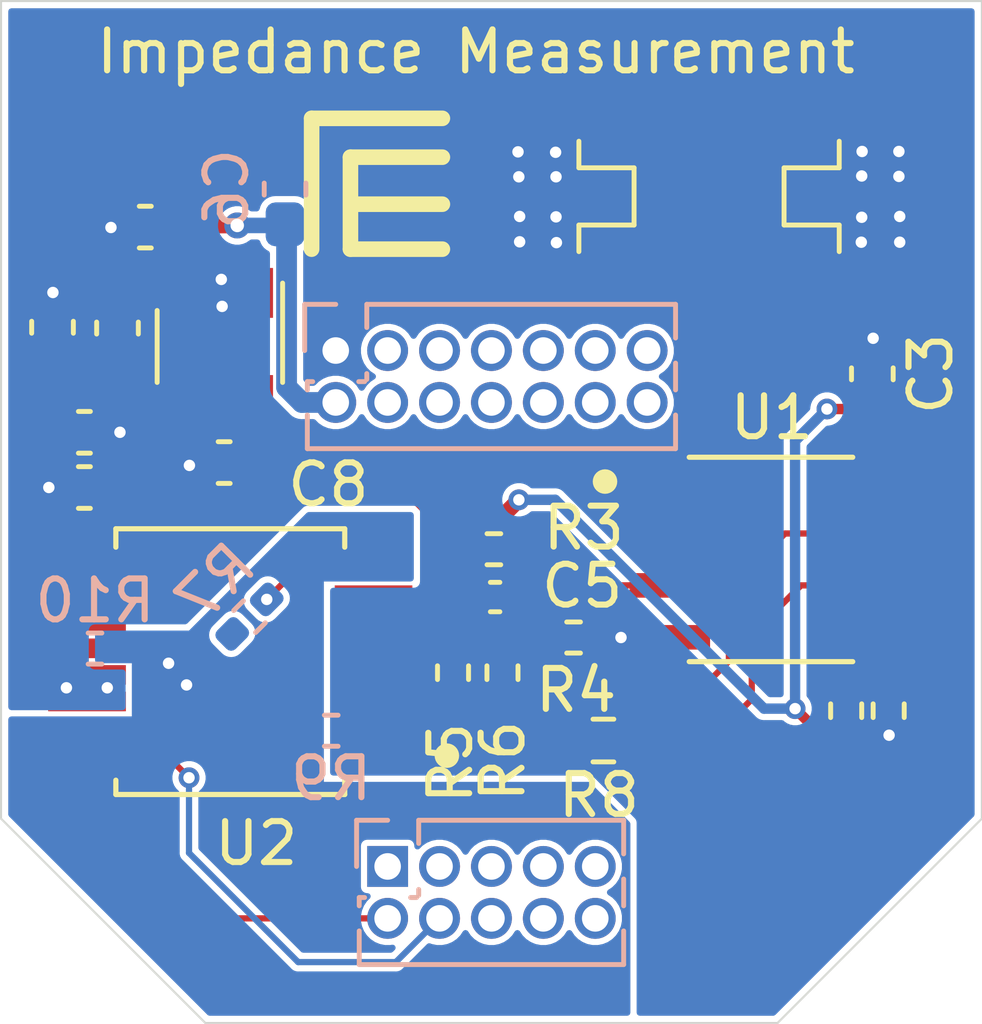
<source format=kicad_pcb>
(kicad_pcb (version 20171130) (host pcbnew "(5.1.8)-1")

  (general
    (thickness 1.6)
    (drawings 13)
    (tracks 139)
    (zones 0)
    (modules 26)
    (nets 17)
  )

  (page A4)
  (layers
    (0 F.Cu signal)
    (31 B.Cu signal)
    (32 B.Adhes user)
    (33 F.Adhes user)
    (34 B.Paste user)
    (35 F.Paste user)
    (36 B.SilkS user)
    (37 F.SilkS user)
    (38 B.Mask user)
    (39 F.Mask user)
    (40 Dwgs.User user)
    (41 Cmts.User user)
    (42 Eco1.User user)
    (43 Eco2.User user)
    (44 Edge.Cuts user)
    (45 Margin user)
    (46 B.CrtYd user hide)
    (47 F.CrtYd user hide)
    (48 B.Fab user hide)
    (49 F.Fab user hide)
  )

  (setup
    (last_trace_width 0.1524)
    (user_trace_width 0.254)
    (trace_clearance 0.1524)
    (zone_clearance 0.1524)
    (zone_45_only no)
    (trace_min 0.1524)
    (via_size 0.508)
    (via_drill 0.2794)
    (via_min_size 0.508)
    (via_min_drill 0.2794)
    (uvia_size 0.3)
    (uvia_drill 0.1)
    (uvias_allowed no)
    (uvia_min_size 0.2)
    (uvia_min_drill 0.1)
    (edge_width 0.05)
    (segment_width 0.2)
    (pcb_text_width 0.3)
    (pcb_text_size 1.5 1.5)
    (mod_edge_width 0.12)
    (mod_text_size 1 1)
    (mod_text_width 0.15)
    (pad_size 1 1)
    (pad_drill 0.65)
    (pad_to_mask_clearance 0)
    (aux_axis_origin 0 0)
    (grid_origin 125 125)
    (visible_elements 7FFFFF7F)
    (pcbplotparams
      (layerselection 0x010fc_ffffffff)
      (usegerberextensions false)
      (usegerberattributes true)
      (usegerberadvancedattributes true)
      (creategerberjobfile true)
      (excludeedgelayer true)
      (linewidth 0.100000)
      (plotframeref false)
      (viasonmask false)
      (mode 1)
      (useauxorigin false)
      (hpglpennumber 1)
      (hpglpenspeed 20)
      (hpglpendiameter 15.000000)
      (psnegative false)
      (psa4output false)
      (plotreference true)
      (plotvalue true)
      (plotinvisibletext false)
      (padsonsilk false)
      (subtractmaskfromsilk false)
      (outputformat 1)
      (mirror false)
      (drillshape 0)
      (scaleselection 1)
      (outputdirectory "Gerber/"))
  )

  (net 0 "")
  (net 1 VDD)
  (net 2 GND)
  (net 3 +3V0)
  (net 4 "Net-(C5-Pad2)")
  (net 5 "Net-(C5-Pad1)")
  (net 6 +3V3)
  (net 7 /SIG_OUT)
  (net 8 /SIG_IN)
  (net 9 GNDREF)
  (net 10 /SCL)
  (net 11 /SDA)
  (net 12 /INB_P)
  (net 13 /VIN)
  (net 14 "Net-(R5-Pad1)")
  (net 15 "Net-(R6-Pad1)")
  (net 16 "Net-(R7-Pad1)")

  (net_class Default "This is the default net class."
    (clearance 0.1524)
    (trace_width 0.1524)
    (via_dia 0.508)
    (via_drill 0.2794)
    (uvia_dia 0.3)
    (uvia_drill 0.1)
    (add_net +3V0)
    (add_net +3V3)
    (add_net /INB_P)
    (add_net /SCL)
    (add_net /SDA)
    (add_net /SIG_IN)
    (add_net /SIG_OUT)
    (add_net /VIN)
    (add_net GND)
    (add_net GNDREF)
    (add_net "Net-(C5-Pad1)")
    (add_net "Net-(C5-Pad2)")
    (add_net "Net-(R5-Pad1)")
    (add_net "Net-(R6-Pad1)")
    (add_net "Net-(R7-Pad1)")
    (add_net VDD)
  )

  (module Connector_PinHeader_1.27mm:PinHeader_2x07_P1.27mm_Vertical (layer B.Cu) (tedit 618D4FD4) (tstamp 616E4D18)
    (at 128.19 108.55 270)
    (descr "Through hole straight pin header, 2x07, 1.27mm pitch, double rows")
    (tags "Through hole pin header THT 2x07 1.27mm double row")
    (path /616F0997)
    (fp_text reference J3 (at 0.635 1.695 270) (layer B.SilkS) hide
      (effects (font (size 1 1) (thickness 0.15)) (justify mirror))
    )
    (fp_text value 20021321-00014C1LF (at 0.635 -9.315 270) (layer B.Fab)
      (effects (font (size 1 1) (thickness 0.15)) (justify mirror))
    )
    (fp_line (start 2.85 1.15) (end -1.6 1.15) (layer B.CrtYd) (width 0.05))
    (fp_line (start 2.85 -8.8) (end 2.85 1.15) (layer B.CrtYd) (width 0.05))
    (fp_line (start -1.6 -8.8) (end 2.85 -8.8) (layer B.CrtYd) (width 0.05))
    (fp_line (start -1.6 1.15) (end -1.6 -8.8) (layer B.CrtYd) (width 0.05))
    (fp_line (start -1.13 0.76) (end 0 0.76) (layer B.SilkS) (width 0.12))
    (fp_line (start -1.13 0) (end -1.13 0.76) (layer B.SilkS) (width 0.12))
    (fp_line (start 1.57753 0.695) (end 2.4 0.695) (layer B.SilkS) (width 0.12))
    (fp_line (start 0.76 0.695) (end 0.96247 0.695) (layer B.SilkS) (width 0.12))
    (fp_line (start 0.76 0.563471) (end 0.76 0.695) (layer B.SilkS) (width 0.12))
    (fp_line (start 0.76 -0.706529) (end 0.76 -0.563471) (layer B.SilkS) (width 0.12))
    (fp_line (start 0.563471 -0.76) (end 0.706529 -0.76) (layer B.SilkS) (width 0.12))
    (fp_line (start -1.13 -0.76) (end -0.563471 -0.76) (layer B.SilkS) (width 0.12))
    (fp_line (start 2.4 0.695) (end 2.4 -8.315) (layer B.SilkS) (width 0.12))
    (fp_line (start -1.13 -0.76) (end -1.13 -8.315) (layer B.SilkS) (width 0.12))
    (fp_line (start 0.30753 -8.315) (end 0.96247 -8.315) (layer B.SilkS) (width 0.12))
    (fp_line (start 1.57753 -8.315) (end 2.4 -8.315) (layer B.SilkS) (width 0.12))
    (fp_line (start -1.13 -8.315) (end -0.30753 -8.315) (layer B.SilkS) (width 0.12))
    (fp_line (start -1.07 -0.2175) (end -0.2175 0.635) (layer B.Fab) (width 0.1))
    (fp_line (start -1.07 -8.255) (end -1.07 -0.2175) (layer B.Fab) (width 0.1))
    (fp_line (start 2.34 -8.255) (end -1.07 -8.255) (layer B.Fab) (width 0.1))
    (fp_line (start 2.34 0.635) (end 2.34 -8.255) (layer B.Fab) (width 0.1))
    (fp_line (start -0.2175 0.635) (end 2.34 0.635) (layer B.Fab) (width 0.1))
    (fp_text user %R (at 0.635 -3.81) (layer B.Fab)
      (effects (font (size 1 1) (thickness 0.15)) (justify mirror))
    )
    (pad 14 thru_hole oval (at 1.27 -7.62 270) (size 1 1) (drill 0.65) (layers *.Cu *.Mask))
    (pad 13 thru_hole oval (at 0 -7.62 270) (size 1 1) (drill 0.65) (layers *.Cu *.Mask))
    (pad 12 thru_hole oval (at 1.27 -6.35 270) (size 1 1) (drill 0.65) (layers *.Cu *.Mask))
    (pad 11 thru_hole oval (at 0 -6.35 270) (size 1 1) (drill 0.65) (layers *.Cu *.Mask))
    (pad 10 thru_hole oval (at 1.27 -5.08 270) (size 1 1) (drill 0.65) (layers *.Cu *.Mask))
    (pad 9 thru_hole oval (at 0 -5.08 270) (size 1 1) (drill 0.65) (layers *.Cu *.Mask))
    (pad 8 thru_hole oval (at 1.27 -3.81 270) (size 1 1) (drill 0.65) (layers *.Cu *.Mask))
    (pad 7 thru_hole oval (at 0 -3.81 270) (size 1 1) (drill 0.65) (layers *.Cu *.Mask))
    (pad 6 thru_hole oval (at 1.27 -2.54 270) (size 1 1) (drill 0.65) (layers *.Cu *.Mask))
    (pad 5 thru_hole oval (at 0 -2.54 270) (size 1 1) (drill 0.65) (layers *.Cu *.Mask))
    (pad 4 thru_hole oval (at 1.27 -1.27 270) (size 1 1) (drill 0.65) (layers *.Cu *.Mask))
    (pad 3 thru_hole oval (at 0 -1.27 270) (size 1 1) (drill 0.65) (layers *.Cu *.Mask))
    (pad 2 thru_hole oval (at 1.27 0 270) (size 1 1) (drill 0.65) (layers *.Cu *.Mask)
      (net 6 +3V3))
    (pad 1 thru_hole rect (at 0 0 270) (size 1 1) (drill 0.65) (layers *.Cu *.Mask)
      (net 2 GND))
    (model ${KISYS3DMOD}/Connector_PinHeader_1.27mm.3dshapes/PinHeader_2x07_P1.27mm_Vertical.wrl
      (at (xyz 0 0 0))
      (scale (xyz 1 1 1))
      (rotate (xyz 0 0 0))
    )
  )

  (module Mylib:SOP65P780X200-16N (layer F.Cu) (tedit 5FDCFFD6) (tstamp 616EB399)
    (at 125.61 116.16 180)
    (path /616764D5)
    (fp_text reference U2 (at -0.63514 -4.44604) (layer F.SilkS)
      (effects (font (size 1.000236 1.000236) (thickness 0.15)))
    )
    (fp_text value AD5933YRSZ-REEL7 (at 6.98686 4.4462) (layer F.Fab)
      (effects (font (size 1.000268 1.000268) (thickness 0.015)))
    )
    (fp_line (start -3.05 -2.765) (end -3.05 -3.5) (layer F.CrtYd) (width 0.05))
    (fp_line (start -4.71 -2.765) (end -3.05 -2.765) (layer F.CrtYd) (width 0.05))
    (fp_line (start -4.71 2.765) (end -4.71 -2.765) (layer F.CrtYd) (width 0.05))
    (fp_line (start -3.05 2.765) (end -4.71 2.765) (layer F.CrtYd) (width 0.05))
    (fp_line (start -3.05 3.5) (end -3.05 2.765) (layer F.CrtYd) (width 0.05))
    (fp_line (start 3.05 3.5) (end -3.05 3.5) (layer F.CrtYd) (width 0.05))
    (fp_line (start 3.05 2.765) (end 3.05 3.5) (layer F.CrtYd) (width 0.05))
    (fp_line (start 4.71 2.765) (end 3.05 2.765) (layer F.CrtYd) (width 0.05))
    (fp_line (start 4.71 -2.765) (end 4.71 2.765) (layer F.CrtYd) (width 0.05))
    (fp_line (start 3.05 -2.765) (end 4.71 -2.765) (layer F.CrtYd) (width 0.05))
    (fp_line (start 3.05 -3.5) (end 3.05 -2.765) (layer F.CrtYd) (width 0.05))
    (fp_line (start -3.05 -3.5) (end 3.05 -3.5) (layer F.CrtYd) (width 0.05))
    (fp_circle (center -2.2 -2.4) (end -2.05 -2.4) (layer F.Fab) (width 0.3))
    (fp_circle (center -5.3 -2.3) (end -5.15 -2.3) (layer F.SilkS) (width 0.3))
    (fp_line (start 2.8 3.25) (end 2.8 2.8) (layer F.SilkS) (width 0.127))
    (fp_line (start -2.8 3.25) (end -2.8 2.8) (layer F.SilkS) (width 0.127))
    (fp_line (start -2.8 3.25) (end 2.8 3.25) (layer F.SilkS) (width 0.127))
    (fp_line (start 2.8 -3.25) (end 2.8 -2.9) (layer F.SilkS) (width 0.127))
    (fp_line (start -2.8 -3.25) (end 2.8 -3.25) (layer F.SilkS) (width 0.127))
    (fp_line (start -2.8 -2.9) (end -2.8 -3.25) (layer F.SilkS) (width 0.127))
    (fp_line (start -2.8 3.25) (end -2.8 -3.25) (layer F.Fab) (width 0.127))
    (fp_line (start 2.8 3.25) (end -2.8 3.25) (layer F.Fab) (width 0.127))
    (fp_line (start 2.8 -3.25) (end 2.8 3.25) (layer F.Fab) (width 0.127))
    (fp_line (start -2.8 -3.25) (end 2.8 -3.25) (layer F.Fab) (width 0.127))
    (pad 16 smd rect (at 3.505 -2.275 180) (size 1.9 0.48) (layers F.Cu F.Paste F.Mask)
      (net 10 /SCL))
    (pad 15 smd rect (at 3.505 -1.625 180) (size 1.9 0.48) (layers F.Cu F.Paste F.Mask)
      (net 11 /SDA))
    (pad 14 smd rect (at 3.505 -0.975 180) (size 1.9 0.48) (layers F.Cu F.Paste F.Mask)
      (net 2 GND))
    (pad 13 smd rect (at 3.505 -0.325 180) (size 1.9 0.48) (layers F.Cu F.Paste F.Mask)
      (net 2 GND))
    (pad 12 smd rect (at 3.505 0.325 180) (size 1.9 0.48) (layers F.Cu F.Paste F.Mask)
      (net 9 GNDREF))
    (pad 11 smd rect (at 3.505 0.975 180) (size 1.9 0.48) (layers F.Cu F.Paste F.Mask)
      (net 3 +3V0))
    (pad 10 smd rect (at 3.505 1.625 180) (size 1.9 0.48) (layers F.Cu F.Paste F.Mask)
      (net 3 +3V0))
    (pad 9 smd rect (at 3.505 2.275 180) (size 1.9 0.48) (layers F.Cu F.Paste F.Mask)
      (net 1 VDD))
    (pad 8 smd rect (at -3.505 2.275 180) (size 1.9 0.48) (layers F.Cu F.Paste F.Mask)
      (net 16 "Net-(R7-Pad1)"))
    (pad 7 smd rect (at -3.505 1.625 180) (size 1.9 0.48) (layers F.Cu F.Paste F.Mask))
    (pad 6 smd rect (at -3.505 0.975 180) (size 1.9 0.48) (layers F.Cu F.Paste F.Mask)
      (net 4 "Net-(C5-Pad2)"))
    (pad 5 smd rect (at -3.505 0.325 180) (size 1.9 0.48) (layers F.Cu F.Paste F.Mask)
      (net 13 /VIN))
    (pad 4 smd rect (at -3.505 -0.325 180) (size 1.9 0.48) (layers F.Cu F.Paste F.Mask)
      (net 14 "Net-(R5-Pad1)"))
    (pad 3 smd rect (at -3.505 -0.975 180) (size 1.9 0.48) (layers F.Cu F.Paste F.Mask))
    (pad 2 smd rect (at -3.505 -1.625 180) (size 1.9 0.48) (layers F.Cu F.Paste F.Mask))
    (pad 1 smd rect (at -3.505 -2.275 180) (size 1.9 0.48) (layers F.Cu F.Paste F.Mask))
  )

  (module Capacitor_SMD:C_0603_1608Metric_Pad1.08x0.95mm_HandSolder (layer F.Cu) (tedit 5F68FEEF) (tstamp 616EA3CC)
    (at 141.32 109.12 270)
    (descr "Capacitor SMD 0603 (1608 Metric), square (rectangular) end terminal, IPC_7351 nominal with elongated pad for handsoldering. (Body size source: IPC-SM-782 page 76, https://www.pcb-3d.com/wordpress/wp-content/uploads/ipc-sm-782a_amendment_1_and_2.pdf), generated with kicad-footprint-generator")
    (tags "capacitor handsolder")
    (path /619708E0)
    (attr smd)
    (fp_text reference C3 (at 0 -1.43 90) (layer F.SilkS)
      (effects (font (size 1 1) (thickness 0.15)))
    )
    (fp_text value 0.1uF (at 0 1.43 90) (layer F.Fab)
      (effects (font (size 1 1) (thickness 0.15)))
    )
    (fp_line (start 1.65 0.73) (end -1.65 0.73) (layer F.CrtYd) (width 0.05))
    (fp_line (start 1.65 -0.73) (end 1.65 0.73) (layer F.CrtYd) (width 0.05))
    (fp_line (start -1.65 -0.73) (end 1.65 -0.73) (layer F.CrtYd) (width 0.05))
    (fp_line (start -1.65 0.73) (end -1.65 -0.73) (layer F.CrtYd) (width 0.05))
    (fp_line (start -0.146267 0.51) (end 0.146267 0.51) (layer F.SilkS) (width 0.12))
    (fp_line (start -0.146267 -0.51) (end 0.146267 -0.51) (layer F.SilkS) (width 0.12))
    (fp_line (start 0.8 0.4) (end -0.8 0.4) (layer F.Fab) (width 0.1))
    (fp_line (start 0.8 -0.4) (end 0.8 0.4) (layer F.Fab) (width 0.1))
    (fp_line (start -0.8 -0.4) (end 0.8 -0.4) (layer F.Fab) (width 0.1))
    (fp_line (start -0.8 0.4) (end -0.8 -0.4) (layer F.Fab) (width 0.1))
    (fp_text user %R (at 0 0 90) (layer F.Fab)
      (effects (font (size 0.4 0.4) (thickness 0.06)))
    )
    (pad 2 smd roundrect (at 0.8625 0 270) (size 1.075 0.95) (layers F.Cu F.Paste F.Mask) (roundrect_rratio 0.25)
      (net 3 +3V0))
    (pad 1 smd roundrect (at -0.8625 0 270) (size 1.075 0.95) (layers F.Cu F.Paste F.Mask) (roundrect_rratio 0.25)
      (net 2 GND))
    (model ${KISYS3DMOD}/Capacitor_SMD.3dshapes/C_0603_1608Metric.wrl
      (at (xyz 0 0 0))
      (scale (xyz 1 1 1))
      (rotate (xyz 0 0 0))
    )
  )

  (module Resistor_SMD:R_0402_1005Metric_Pad0.72x0.64mm_HandSolder (layer B.Cu) (tedit 5F6BB9E0) (tstamp 616E3628)
    (at 122.3 115.84 180)
    (descr "Resistor SMD 0402 (1005 Metric), square (rectangular) end terminal, IPC_7351 nominal with elongated pad for handsoldering. (Body size source: IPC-SM-782 page 72, https://www.pcb-3d.com/wordpress/wp-content/uploads/ipc-sm-782a_amendment_1_and_2.pdf), generated with kicad-footprint-generator")
    (tags "resistor handsolder")
    (path /617C2F74)
    (attr smd)
    (fp_text reference R10 (at 0 1.17) (layer B.SilkS)
      (effects (font (size 1 1) (thickness 0.15)) (justify mirror))
    )
    (fp_text value 0 (at 0 -1.17) (layer B.Fab)
      (effects (font (size 1 1) (thickness 0.15)) (justify mirror))
    )
    (fp_line (start 1.1 -0.47) (end -1.1 -0.47) (layer B.CrtYd) (width 0.05))
    (fp_line (start 1.1 0.47) (end 1.1 -0.47) (layer B.CrtYd) (width 0.05))
    (fp_line (start -1.1 0.47) (end 1.1 0.47) (layer B.CrtYd) (width 0.05))
    (fp_line (start -1.1 -0.47) (end -1.1 0.47) (layer B.CrtYd) (width 0.05))
    (fp_line (start -0.167621 -0.38) (end 0.167621 -0.38) (layer B.SilkS) (width 0.12))
    (fp_line (start -0.167621 0.38) (end 0.167621 0.38) (layer B.SilkS) (width 0.12))
    (fp_line (start 0.525 -0.27) (end -0.525 -0.27) (layer B.Fab) (width 0.1))
    (fp_line (start 0.525 0.27) (end 0.525 -0.27) (layer B.Fab) (width 0.1))
    (fp_line (start -0.525 0.27) (end 0.525 0.27) (layer B.Fab) (width 0.1))
    (fp_line (start -0.525 -0.27) (end -0.525 0.27) (layer B.Fab) (width 0.1))
    (fp_text user %R (at 0 0) (layer B.Fab)
      (effects (font (size 0.26 0.26) (thickness 0.04)) (justify mirror))
    )
    (pad 2 smd roundrect (at 0.5975 0 180) (size 0.715 0.64) (layers B.Cu B.Paste B.Mask) (roundrect_rratio 0.25)
      (net 2 GND))
    (pad 1 smd roundrect (at -0.5975 0 180) (size 0.715 0.64) (layers B.Cu B.Paste B.Mask) (roundrect_rratio 0.25)
      (net 9 GNDREF))
    (model ${KISYS3DMOD}/Resistor_SMD.3dshapes/R_0402_1005Metric.wrl
      (at (xyz 0 0 0))
      (scale (xyz 1 1 1))
      (rotate (xyz 0 0 0))
    )
  )

  (module Resistor_SMD:R_0402_1005Metric_Pad0.72x0.64mm_HandSolder (layer B.Cu) (tedit 5F6BB9E0) (tstamp 616E3617)
    (at 128.08 117.85)
    (descr "Resistor SMD 0402 (1005 Metric), square (rectangular) end terminal, IPC_7351 nominal with elongated pad for handsoldering. (Body size source: IPC-SM-782 page 72, https://www.pcb-3d.com/wordpress/wp-content/uploads/ipc-sm-782a_amendment_1_and_2.pdf), generated with kicad-footprint-generator")
    (tags "resistor handsolder")
    (path /61792B44)
    (attr smd)
    (fp_text reference R9 (at 0 1.17) (layer B.SilkS)
      (effects (font (size 1 1) (thickness 0.15)) (justify mirror))
    )
    (fp_text value 0 (at 0 -1.17) (layer B.Fab)
      (effects (font (size 1 1) (thickness 0.15)) (justify mirror))
    )
    (fp_line (start 1.1 -0.47) (end -1.1 -0.47) (layer B.CrtYd) (width 0.05))
    (fp_line (start 1.1 0.47) (end 1.1 -0.47) (layer B.CrtYd) (width 0.05))
    (fp_line (start -1.1 0.47) (end 1.1 0.47) (layer B.CrtYd) (width 0.05))
    (fp_line (start -1.1 -0.47) (end -1.1 0.47) (layer B.CrtYd) (width 0.05))
    (fp_line (start -0.167621 -0.38) (end 0.167621 -0.38) (layer B.SilkS) (width 0.12))
    (fp_line (start -0.167621 0.38) (end 0.167621 0.38) (layer B.SilkS) (width 0.12))
    (fp_line (start 0.525 -0.27) (end -0.525 -0.27) (layer B.Fab) (width 0.1))
    (fp_line (start 0.525 0.27) (end 0.525 -0.27) (layer B.Fab) (width 0.1))
    (fp_line (start -0.525 0.27) (end 0.525 0.27) (layer B.Fab) (width 0.1))
    (fp_line (start -0.525 -0.27) (end -0.525 0.27) (layer B.Fab) (width 0.1))
    (fp_text user %R (at 0 0) (layer B.Fab)
      (effects (font (size 0.26 0.26) (thickness 0.04)) (justify mirror))
    )
    (pad 2 smd roundrect (at 0.5975 0) (size 0.715 0.64) (layers B.Cu B.Paste B.Mask) (roundrect_rratio 0.25)
      (net 2 GND))
    (pad 1 smd roundrect (at -0.5975 0) (size 0.715 0.64) (layers B.Cu B.Paste B.Mask) (roundrect_rratio 0.25)
      (net 9 GNDREF))
    (model ${KISYS3DMOD}/Resistor_SMD.3dshapes/R_0402_1005Metric.wrl
      (at (xyz 0 0 0))
      (scale (xyz 1 1 1))
      (rotate (xyz 0 0 0))
    )
  )

  (module Resistor_SMD:R_0402_1005Metric_Pad0.72x0.64mm_HandSolder (layer B.Cu) (tedit 5F6BB9E0) (tstamp 616E35F5)
    (at 126.08 115.06 225)
    (descr "Resistor SMD 0402 (1005 Metric), square (rectangular) end terminal, IPC_7351 nominal with elongated pad for handsoldering. (Body size source: IPC-SM-782 page 72, https://www.pcb-3d.com/wordpress/wp-content/uploads/ipc-sm-782a_amendment_1_and_2.pdf), generated with kicad-footprint-generator")
    (tags "resistor handsolder")
    (path /617E00AA)
    (attr smd)
    (fp_text reference R7 (at 0 1.17 45) (layer B.SilkS)
      (effects (font (size 1 1) (thickness 0.15)) (justify mirror))
    )
    (fp_text value NC (at 0 -1.17 45) (layer B.Fab)
      (effects (font (size 1 1) (thickness 0.15)) (justify mirror))
    )
    (fp_line (start 1.1 -0.47) (end -1.1 -0.47) (layer B.CrtYd) (width 0.05))
    (fp_line (start 1.1 0.47) (end 1.1 -0.47) (layer B.CrtYd) (width 0.05))
    (fp_line (start -1.1 0.47) (end 1.1 0.47) (layer B.CrtYd) (width 0.05))
    (fp_line (start -1.1 -0.47) (end -1.1 0.47) (layer B.CrtYd) (width 0.05))
    (fp_line (start -0.167621 -0.38) (end 0.167621 -0.38) (layer B.SilkS) (width 0.12))
    (fp_line (start -0.167621 0.38) (end 0.167621 0.38) (layer B.SilkS) (width 0.12))
    (fp_line (start 0.525 -0.27) (end -0.525 -0.27) (layer B.Fab) (width 0.1))
    (fp_line (start 0.525 0.27) (end 0.525 -0.27) (layer B.Fab) (width 0.1))
    (fp_line (start -0.525 0.27) (end 0.525 0.27) (layer B.Fab) (width 0.1))
    (fp_line (start -0.525 -0.27) (end -0.525 0.27) (layer B.Fab) (width 0.1))
    (fp_text user %R (at 0 0 45) (layer B.Fab)
      (effects (font (size 0.26 0.26) (thickness 0.04)) (justify mirror))
    )
    (pad 2 smd roundrect (at 0.5975 0 225) (size 0.715 0.64) (layers B.Cu B.Paste B.Mask) (roundrect_rratio 0.25))
    (pad 1 smd roundrect (at -0.5975 0 225) (size 0.715 0.64) (layers B.Cu B.Paste B.Mask) (roundrect_rratio 0.25)
      (net 16 "Net-(R7-Pad1)"))
    (model ${KISYS3DMOD}/Resistor_SMD.3dshapes/R_0402_1005Metric.wrl
      (at (xyz 0 0 0))
      (scale (xyz 1 1 1))
      (rotate (xyz 0 0 0))
    )
  )

  (module Resistor_SMD:R_0402_1005Metric_Pad0.72x0.64mm_HandSolder (layer F.Cu) (tedit 5F6BB9E0) (tstamp 616E35E4)
    (at 132.27 116.43 90)
    (descr "Resistor SMD 0402 (1005 Metric), square (rectangular) end terminal, IPC_7351 nominal with elongated pad for handsoldering. (Body size source: IPC-SM-782 page 72, https://www.pcb-3d.com/wordpress/wp-content/uploads/ipc-sm-782a_amendment_1_and_2.pdf), generated with kicad-footprint-generator")
    (tags "resistor handsolder")
    (path /616F7294)
    (attr smd)
    (fp_text reference R6 (at -2.16 0.01 90) (layer F.SilkS)
      (effects (font (size 1 1) (thickness 0.15)))
    )
    (fp_text value 20K (at 0 1.17 90) (layer F.Fab)
      (effects (font (size 1 1) (thickness 0.15)))
    )
    (fp_line (start 1.1 0.47) (end -1.1 0.47) (layer F.CrtYd) (width 0.05))
    (fp_line (start 1.1 -0.47) (end 1.1 0.47) (layer F.CrtYd) (width 0.05))
    (fp_line (start -1.1 -0.47) (end 1.1 -0.47) (layer F.CrtYd) (width 0.05))
    (fp_line (start -1.1 0.47) (end -1.1 -0.47) (layer F.CrtYd) (width 0.05))
    (fp_line (start -0.167621 0.38) (end 0.167621 0.38) (layer F.SilkS) (width 0.12))
    (fp_line (start -0.167621 -0.38) (end 0.167621 -0.38) (layer F.SilkS) (width 0.12))
    (fp_line (start 0.525 0.27) (end -0.525 0.27) (layer F.Fab) (width 0.1))
    (fp_line (start 0.525 -0.27) (end 0.525 0.27) (layer F.Fab) (width 0.1))
    (fp_line (start -0.525 -0.27) (end 0.525 -0.27) (layer F.Fab) (width 0.1))
    (fp_line (start -0.525 0.27) (end -0.525 -0.27) (layer F.Fab) (width 0.1))
    (fp_text user %R (at 0 0 90) (layer F.Fab)
      (effects (font (size 0.26 0.26) (thickness 0.04)))
    )
    (pad 2 smd roundrect (at 0.5975 0 90) (size 0.715 0.64) (layers F.Cu F.Paste F.Mask) (roundrect_rratio 0.25)
      (net 13 /VIN))
    (pad 1 smd roundrect (at -0.5975 0 90) (size 0.715 0.64) (layers F.Cu F.Paste F.Mask) (roundrect_rratio 0.25)
      (net 15 "Net-(R6-Pad1)"))
    (model ${KISYS3DMOD}/Resistor_SMD.3dshapes/R_0402_1005Metric.wrl
      (at (xyz 0 0 0))
      (scale (xyz 1 1 1))
      (rotate (xyz 0 0 0))
    )
  )

  (module Resistor_SMD:R_0402_1005Metric_Pad0.72x0.64mm_HandSolder (layer F.Cu) (tedit 5F6BB9E0) (tstamp 616E35D3)
    (at 131.06 116.43 90)
    (descr "Resistor SMD 0402 (1005 Metric), square (rectangular) end terminal, IPC_7351 nominal with elongated pad for handsoldering. (Body size source: IPC-SM-782 page 72, https://www.pcb-3d.com/wordpress/wp-content/uploads/ipc-sm-782a_amendment_1_and_2.pdf), generated with kicad-footprint-generator")
    (tags "resistor handsolder")
    (path /616DB5DE)
    (attr smd)
    (fp_text reference R5 (at -2.21 -0.06 90) (layer F.SilkS)
      (effects (font (size 1 1) (thickness 0.15)))
    )
    (fp_text value 20k (at 0 1.17 90) (layer F.Fab)
      (effects (font (size 1 1) (thickness 0.15)))
    )
    (fp_line (start 1.1 0.47) (end -1.1 0.47) (layer F.CrtYd) (width 0.05))
    (fp_line (start 1.1 -0.47) (end 1.1 0.47) (layer F.CrtYd) (width 0.05))
    (fp_line (start -1.1 -0.47) (end 1.1 -0.47) (layer F.CrtYd) (width 0.05))
    (fp_line (start -1.1 0.47) (end -1.1 -0.47) (layer F.CrtYd) (width 0.05))
    (fp_line (start -0.167621 0.38) (end 0.167621 0.38) (layer F.SilkS) (width 0.12))
    (fp_line (start -0.167621 -0.38) (end 0.167621 -0.38) (layer F.SilkS) (width 0.12))
    (fp_line (start 0.525 0.27) (end -0.525 0.27) (layer F.Fab) (width 0.1))
    (fp_line (start 0.525 -0.27) (end 0.525 0.27) (layer F.Fab) (width 0.1))
    (fp_line (start -0.525 -0.27) (end 0.525 -0.27) (layer F.Fab) (width 0.1))
    (fp_line (start -0.525 0.27) (end -0.525 -0.27) (layer F.Fab) (width 0.1))
    (fp_text user %R (at 0 0 90) (layer F.Fab)
      (effects (font (size 0.26 0.26) (thickness 0.04)))
    )
    (pad 2 smd roundrect (at 0.5975 0 90) (size 0.715 0.64) (layers F.Cu F.Paste F.Mask) (roundrect_rratio 0.25)
      (net 13 /VIN))
    (pad 1 smd roundrect (at -0.5975 0 90) (size 0.715 0.64) (layers F.Cu F.Paste F.Mask) (roundrect_rratio 0.25)
      (net 14 "Net-(R5-Pad1)"))
    (model ${KISYS3DMOD}/Resistor_SMD.3dshapes/R_0402_1005Metric.wrl
      (at (xyz 0 0 0))
      (scale (xyz 1 1 1))
      (rotate (xyz 0 0 0))
    )
  )

  (module Resistor_SMD:R_0402_1005Metric_Pad0.72x0.64mm_HandSolder (layer F.Cu) (tedit 5F6BB9E0) (tstamp 616E35C2)
    (at 134.01 115.57 180)
    (descr "Resistor SMD 0402 (1005 Metric), square (rectangular) end terminal, IPC_7351 nominal with elongated pad for handsoldering. (Body size source: IPC-SM-782 page 72, https://www.pcb-3d.com/wordpress/wp-content/uploads/ipc-sm-782a_amendment_1_and_2.pdf), generated with kicad-footprint-generator")
    (tags "resistor handsolder")
    (path /616E5526)
    (attr smd)
    (fp_text reference R4 (at -0.06 -1.29) (layer F.SilkS)
      (effects (font (size 1 1) (thickness 0.15)))
    )
    (fp_text value 49.9k (at 0 1.17) (layer F.Fab)
      (effects (font (size 1 1) (thickness 0.15)))
    )
    (fp_line (start 1.1 0.47) (end -1.1 0.47) (layer F.CrtYd) (width 0.05))
    (fp_line (start 1.1 -0.47) (end 1.1 0.47) (layer F.CrtYd) (width 0.05))
    (fp_line (start -1.1 -0.47) (end 1.1 -0.47) (layer F.CrtYd) (width 0.05))
    (fp_line (start -1.1 0.47) (end -1.1 -0.47) (layer F.CrtYd) (width 0.05))
    (fp_line (start -0.167621 0.38) (end 0.167621 0.38) (layer F.SilkS) (width 0.12))
    (fp_line (start -0.167621 -0.38) (end 0.167621 -0.38) (layer F.SilkS) (width 0.12))
    (fp_line (start 0.525 0.27) (end -0.525 0.27) (layer F.Fab) (width 0.1))
    (fp_line (start 0.525 -0.27) (end 0.525 0.27) (layer F.Fab) (width 0.1))
    (fp_line (start -0.525 -0.27) (end 0.525 -0.27) (layer F.Fab) (width 0.1))
    (fp_line (start -0.525 0.27) (end -0.525 -0.27) (layer F.Fab) (width 0.1))
    (fp_text user %R (at 0 0) (layer F.Fab)
      (effects (font (size 0.26 0.26) (thickness 0.04)))
    )
    (pad 2 smd roundrect (at 0.5975 0 180) (size 0.715 0.64) (layers F.Cu F.Paste F.Mask) (roundrect_rratio 0.25)
      (net 5 "Net-(C5-Pad1)"))
    (pad 1 smd roundrect (at -0.5975 0 180) (size 0.715 0.64) (layers F.Cu F.Paste F.Mask) (roundrect_rratio 0.25)
      (net 2 GND))
    (model ${KISYS3DMOD}/Resistor_SMD.3dshapes/R_0402_1005Metric.wrl
      (at (xyz 0 0 0))
      (scale (xyz 1 1 1))
      (rotate (xyz 0 0 0))
    )
  )

  (module Resistor_SMD:R_0402_1005Metric_Pad0.72x0.64mm_HandSolder (layer F.Cu) (tedit 5F6BB9E0) (tstamp 616E35B1)
    (at 132.06 113.41 180)
    (descr "Resistor SMD 0402 (1005 Metric), square (rectangular) end terminal, IPC_7351 nominal with elongated pad for handsoldering. (Body size source: IPC-SM-782 page 72, https://www.pcb-3d.com/wordpress/wp-content/uploads/ipc-sm-782a_amendment_1_and_2.pdf), generated with kicad-footprint-generator")
    (tags "resistor handsolder")
    (path /616E4168)
    (attr smd)
    (fp_text reference R3 (at -2.2 0.52) (layer F.SilkS)
      (effects (font (size 1 1) (thickness 0.15)))
    )
    (fp_text value 49.9k (at 0 1.17) (layer F.Fab)
      (effects (font (size 1 1) (thickness 0.15)))
    )
    (fp_line (start 1.1 0.47) (end -1.1 0.47) (layer F.CrtYd) (width 0.05))
    (fp_line (start 1.1 -0.47) (end 1.1 0.47) (layer F.CrtYd) (width 0.05))
    (fp_line (start -1.1 -0.47) (end 1.1 -0.47) (layer F.CrtYd) (width 0.05))
    (fp_line (start -1.1 0.47) (end -1.1 -0.47) (layer F.CrtYd) (width 0.05))
    (fp_line (start -0.167621 0.38) (end 0.167621 0.38) (layer F.SilkS) (width 0.12))
    (fp_line (start -0.167621 -0.38) (end 0.167621 -0.38) (layer F.SilkS) (width 0.12))
    (fp_line (start 0.525 0.27) (end -0.525 0.27) (layer F.Fab) (width 0.1))
    (fp_line (start 0.525 -0.27) (end 0.525 0.27) (layer F.Fab) (width 0.1))
    (fp_line (start -0.525 -0.27) (end 0.525 -0.27) (layer F.Fab) (width 0.1))
    (fp_line (start -0.525 0.27) (end -0.525 -0.27) (layer F.Fab) (width 0.1))
    (fp_text user %R (at 0 0) (layer F.Fab)
      (effects (font (size 0.26 0.26) (thickness 0.04)))
    )
    (pad 2 smd roundrect (at 0.5975 0 180) (size 0.715 0.64) (layers F.Cu F.Paste F.Mask) (roundrect_rratio 0.25)
      (net 3 +3V0))
    (pad 1 smd roundrect (at -0.5975 0 180) (size 0.715 0.64) (layers F.Cu F.Paste F.Mask) (roundrect_rratio 0.25)
      (net 5 "Net-(C5-Pad1)"))
    (model ${KISYS3DMOD}/Resistor_SMD.3dshapes/R_0402_1005Metric.wrl
      (at (xyz 0 0 0))
      (scale (xyz 1 1 1))
      (rotate (xyz 0 0 0))
    )
  )

  (module Resistor_SMD:R_0402_1005Metric_Pad0.72x0.64mm_HandSolder (layer F.Cu) (tedit 5F6BB9E0) (tstamp 616E35A0)
    (at 141.72 117.36 90)
    (descr "Resistor SMD 0402 (1005 Metric), square (rectangular) end terminal, IPC_7351 nominal with elongated pad for handsoldering. (Body size source: IPC-SM-782 page 72, https://www.pcb-3d.com/wordpress/wp-content/uploads/ipc-sm-782a_amendment_1_and_2.pdf), generated with kicad-footprint-generator")
    (tags "resistor handsolder")
    (path /61706587)
    (attr smd)
    (fp_text reference R2 (at -2.2 -0.01 90) (layer F.SilkS) hide
      (effects (font (size 1 1) (thickness 0.15)))
    )
    (fp_text value 49.9k (at 0 1.17 90) (layer F.Fab)
      (effects (font (size 1 1) (thickness 0.15)))
    )
    (fp_line (start 1.1 0.47) (end -1.1 0.47) (layer F.CrtYd) (width 0.05))
    (fp_line (start 1.1 -0.47) (end 1.1 0.47) (layer F.CrtYd) (width 0.05))
    (fp_line (start -1.1 -0.47) (end 1.1 -0.47) (layer F.CrtYd) (width 0.05))
    (fp_line (start -1.1 0.47) (end -1.1 -0.47) (layer F.CrtYd) (width 0.05))
    (fp_line (start -0.167621 0.38) (end 0.167621 0.38) (layer F.SilkS) (width 0.12))
    (fp_line (start -0.167621 -0.38) (end 0.167621 -0.38) (layer F.SilkS) (width 0.12))
    (fp_line (start 0.525 0.27) (end -0.525 0.27) (layer F.Fab) (width 0.1))
    (fp_line (start 0.525 -0.27) (end 0.525 0.27) (layer F.Fab) (width 0.1))
    (fp_line (start -0.525 -0.27) (end 0.525 -0.27) (layer F.Fab) (width 0.1))
    (fp_line (start -0.525 0.27) (end -0.525 -0.27) (layer F.Fab) (width 0.1))
    (fp_text user %R (at 0 0 90) (layer F.Fab)
      (effects (font (size 0.26 0.26) (thickness 0.04)))
    )
    (pad 2 smd roundrect (at 0.5975 0 90) (size 0.715 0.64) (layers F.Cu F.Paste F.Mask) (roundrect_rratio 0.25)
      (net 12 /INB_P))
    (pad 1 smd roundrect (at -0.5975 0 90) (size 0.715 0.64) (layers F.Cu F.Paste F.Mask) (roundrect_rratio 0.25)
      (net 2 GND))
    (model ${KISYS3DMOD}/Resistor_SMD.3dshapes/R_0402_1005Metric.wrl
      (at (xyz 0 0 0))
      (scale (xyz 1 1 1))
      (rotate (xyz 0 0 0))
    )
  )

  (module Resistor_SMD:R_0402_1005Metric_Pad0.72x0.64mm_HandSolder (layer F.Cu) (tedit 5F6BB9E0) (tstamp 616E358F)
    (at 140.68 117.36 270)
    (descr "Resistor SMD 0402 (1005 Metric), square (rectangular) end terminal, IPC_7351 nominal with elongated pad for handsoldering. (Body size source: IPC-SM-782 page 72, https://www.pcb-3d.com/wordpress/wp-content/uploads/ipc-sm-782a_amendment_1_and_2.pdf), generated with kicad-footprint-generator")
    (tags "resistor handsolder")
    (path /61705A85)
    (attr smd)
    (fp_text reference R1 (at 2.19 0.01 90) (layer F.SilkS) hide
      (effects (font (size 1 1) (thickness 0.15)))
    )
    (fp_text value 49.9k (at 0 1.17 90) (layer F.Fab)
      (effects (font (size 1 1) (thickness 0.15)))
    )
    (fp_line (start 1.1 0.47) (end -1.1 0.47) (layer F.CrtYd) (width 0.05))
    (fp_line (start 1.1 -0.47) (end 1.1 0.47) (layer F.CrtYd) (width 0.05))
    (fp_line (start -1.1 -0.47) (end 1.1 -0.47) (layer F.CrtYd) (width 0.05))
    (fp_line (start -1.1 0.47) (end -1.1 -0.47) (layer F.CrtYd) (width 0.05))
    (fp_line (start -0.167621 0.38) (end 0.167621 0.38) (layer F.SilkS) (width 0.12))
    (fp_line (start -0.167621 -0.38) (end 0.167621 -0.38) (layer F.SilkS) (width 0.12))
    (fp_line (start 0.525 0.27) (end -0.525 0.27) (layer F.Fab) (width 0.1))
    (fp_line (start 0.525 -0.27) (end 0.525 0.27) (layer F.Fab) (width 0.1))
    (fp_line (start -0.525 -0.27) (end 0.525 -0.27) (layer F.Fab) (width 0.1))
    (fp_line (start -0.525 0.27) (end -0.525 -0.27) (layer F.Fab) (width 0.1))
    (fp_text user %R (at 0 0 90) (layer F.Fab)
      (effects (font (size 0.26 0.26) (thickness 0.04)))
    )
    (pad 2 smd roundrect (at 0.5975 0 270) (size 0.715 0.64) (layers F.Cu F.Paste F.Mask) (roundrect_rratio 0.25)
      (net 3 +3V0))
    (pad 1 smd roundrect (at -0.5975 0 270) (size 0.715 0.64) (layers F.Cu F.Paste F.Mask) (roundrect_rratio 0.25)
      (net 12 /INB_P))
    (model ${KISYS3DMOD}/Resistor_SMD.3dshapes/R_0402_1005Metric.wrl
      (at (xyz 0 0 0))
      (scale (xyz 1 1 1))
      (rotate (xyz 0 0 0))
    )
  )

  (module Capacitor_SMD:C_0402_1005Metric_Pad0.74x0.62mm_HandSolder (layer F.Cu) (tedit 5F6BB22C) (tstamp 616E5CDC)
    (at 132.09 114.58 180)
    (descr "Capacitor SMD 0402 (1005 Metric), square (rectangular) end terminal, IPC_7351 nominal with elongated pad for handsoldering. (Body size source: IPC-SM-782 page 76, https://www.pcb-3d.com/wordpress/wp-content/uploads/ipc-sm-782a_amendment_1_and_2.pdf), generated with kicad-footprint-generator")
    (tags "capacitor handsolder")
    (path /616E2B37)
    (attr smd)
    (fp_text reference C5 (at -2.13 0.27) (layer F.SilkS)
      (effects (font (size 1 1) (thickness 0.15)))
    )
    (fp_text value 47nF (at 0 1.16) (layer F.Fab)
      (effects (font (size 1 1) (thickness 0.15)))
    )
    (fp_line (start 1.08 0.46) (end -1.08 0.46) (layer F.CrtYd) (width 0.05))
    (fp_line (start 1.08 -0.46) (end 1.08 0.46) (layer F.CrtYd) (width 0.05))
    (fp_line (start -1.08 -0.46) (end 1.08 -0.46) (layer F.CrtYd) (width 0.05))
    (fp_line (start -1.08 0.46) (end -1.08 -0.46) (layer F.CrtYd) (width 0.05))
    (fp_line (start -0.115835 0.36) (end 0.115835 0.36) (layer F.SilkS) (width 0.12))
    (fp_line (start -0.115835 -0.36) (end 0.115835 -0.36) (layer F.SilkS) (width 0.12))
    (fp_line (start 0.5 0.25) (end -0.5 0.25) (layer F.Fab) (width 0.1))
    (fp_line (start 0.5 -0.25) (end 0.5 0.25) (layer F.Fab) (width 0.1))
    (fp_line (start -0.5 -0.25) (end 0.5 -0.25) (layer F.Fab) (width 0.1))
    (fp_line (start -0.5 0.25) (end -0.5 -0.25) (layer F.Fab) (width 0.1))
    (fp_text user %R (at 0 0) (layer F.Fab)
      (effects (font (size 0.25 0.25) (thickness 0.04)))
    )
    (pad 2 smd roundrect (at 0.5675 0 180) (size 0.735 0.62) (layers F.Cu F.Paste F.Mask) (roundrect_rratio 0.25)
      (net 4 "Net-(C5-Pad2)"))
    (pad 1 smd roundrect (at -0.5675 0 180) (size 0.735 0.62) (layers F.Cu F.Paste F.Mask) (roundrect_rratio 0.25)
      (net 5 "Net-(C5-Pad1)"))
    (model ${KISYS3DMOD}/Capacitor_SMD.3dshapes/C_0402_1005Metric.wrl
      (at (xyz 0 0 0))
      (scale (xyz 1 1 1))
      (rotate (xyz 0 0 0))
    )
  )

  (module Package_TO_SOT_SMD:TSOT-23-5 (layer F.Cu) (tedit 5A02FF57) (tstamp 616E36B3)
    (at 125.38 108.45 270)
    (descr "5-pin TSOT23 package, http://cds.linear.com/docs/en/packaging/SOT_5_05-08-1635.pdf")
    (tags TSOT-23-5)
    (path /617139B6)
    (attr smd)
    (fp_text reference U3 (at -2.31 -2.48 90) (layer F.SilkS) hide
      (effects (font (size 1 1) (thickness 0.15)))
    )
    (fp_text value ADP150AUJZ-3.0-R7 (at 0 2.5 90) (layer F.Fab)
      (effects (font (size 1 1) (thickness 0.15)))
    )
    (fp_line (start 2.17 1.7) (end -2.17 1.7) (layer F.CrtYd) (width 0.05))
    (fp_line (start 2.17 1.7) (end 2.17 -1.7) (layer F.CrtYd) (width 0.05))
    (fp_line (start -2.17 -1.7) (end -2.17 1.7) (layer F.CrtYd) (width 0.05))
    (fp_line (start -2.17 -1.7) (end 2.17 -1.7) (layer F.CrtYd) (width 0.05))
    (fp_line (start 0.88 -1.45) (end 0.88 1.45) (layer F.Fab) (width 0.1))
    (fp_line (start 0.88 1.45) (end -0.88 1.45) (layer F.Fab) (width 0.1))
    (fp_line (start -0.88 -1) (end -0.88 1.45) (layer F.Fab) (width 0.1))
    (fp_line (start 0.88 -1.45) (end -0.43 -1.45) (layer F.Fab) (width 0.1))
    (fp_line (start -0.88 -1) (end -0.43 -1.45) (layer F.Fab) (width 0.1))
    (fp_line (start 0.88 -1.51) (end -1.55 -1.51) (layer F.SilkS) (width 0.12))
    (fp_line (start -0.88 1.56) (end 0.88 1.56) (layer F.SilkS) (width 0.12))
    (fp_text user %R (at 0 0) (layer F.Fab)
      (effects (font (size 0.5 0.5) (thickness 0.075)))
    )
    (pad 5 smd rect (at 1.31 -0.95 270) (size 1.22 0.65) (layers F.Cu F.Paste F.Mask)
      (net 3 +3V0))
    (pad 4 smd rect (at 1.31 0.95 270) (size 1.22 0.65) (layers F.Cu F.Paste F.Mask))
    (pad 3 smd rect (at -1.31 0.95 270) (size 1.22 0.65) (layers F.Cu F.Paste F.Mask)
      (net 6 +3V3))
    (pad 2 smd rect (at -1.31 0 270) (size 1.22 0.65) (layers F.Cu F.Paste F.Mask)
      (net 2 GND))
    (pad 1 smd rect (at -1.31 -0.95 270) (size 1.22 0.65) (layers F.Cu F.Paste F.Mask)
      (net 6 +3V3))
    (model ${KISYS3DMOD}/Package_TO_SOT_SMD.3dshapes/TSOT-23-5.wrl
      (at (xyz 0 0 0))
      (scale (xyz 1 1 1))
      (rotate (xyz 0 0 0))
    )
  )

  (module Mylib:SOIC127P600X175-8N (layer F.Cu) (tedit 5FEA8A09) (tstamp 616EAA5E)
    (at 138.84 113.66)
    (path /616ECB30)
    (fp_text reference U1 (at 0.02 -3.47) (layer F.SilkS)
      (effects (font (size 1.000472 1.000472) (thickness 0.15)))
    )
    (fp_text value AD8606ARZ (at 7.75359 3.81324) (layer F.Fab)
      (effects (font (size 1.00085 1.00085) (thickness 0.015)))
    )
    (fp_line (start 3.71 -2.75) (end 3.71 2.75) (layer F.CrtYd) (width 0.05))
    (fp_line (start -3.71 -2.75) (end -3.71 2.75) (layer F.CrtYd) (width 0.05))
    (fp_line (start -3.71 2.75) (end 3.71 2.75) (layer F.CrtYd) (width 0.05))
    (fp_line (start -3.71 -2.75) (end 3.71 -2.75) (layer F.CrtYd) (width 0.05))
    (fp_line (start 2 -2.5) (end 2 2.5) (layer F.Fab) (width 0.127))
    (fp_line (start -2 -2.5) (end -2 2.5) (layer F.Fab) (width 0.127))
    (fp_line (start -2 2.5) (end 2 2.5) (layer F.SilkS) (width 0.127))
    (fp_line (start -2 -2.5) (end 2 -2.5) (layer F.SilkS) (width 0.127))
    (fp_line (start -2 2.5) (end 2 2.5) (layer F.Fab) (width 0.127))
    (fp_line (start -2 -2.5) (end 2 -2.5) (layer F.Fab) (width 0.127))
    (fp_circle (center -4.061 -1.905) (end -3.911 -1.905) (layer F.SilkS) (width 0.3))
    (pad 8 smd rect (at 2.475 -1.905) (size 1.97 0.6) (layers F.Cu F.Paste F.Mask)
      (net 3 +3V0))
    (pad 7 smd rect (at 2.475 -0.635) (size 1.97 0.6) (layers F.Cu F.Paste F.Mask)
      (net 15 "Net-(R6-Pad1)"))
    (pad 6 smd rect (at 2.475 0.635) (size 1.97 0.6) (layers F.Cu F.Paste F.Mask)
      (net 8 /SIG_IN))
    (pad 5 smd rect (at 2.475 1.905) (size 1.97 0.6) (layers F.Cu F.Paste F.Mask)
      (net 12 /INB_P))
    (pad 4 smd rect (at -2.475 1.905) (size 1.97 0.6) (layers F.Cu F.Paste F.Mask)
      (net 2 GND))
    (pad 3 smd rect (at -2.475 0.635) (size 1.97 0.6) (layers F.Cu F.Paste F.Mask)
      (net 5 "Net-(C5-Pad1)"))
    (pad 2 smd rect (at -2.475 -0.635) (size 1.97 0.6) (layers F.Cu F.Paste F.Mask)
      (net 7 /SIG_OUT))
    (pad 1 smd rect (at -2.475 -1.905) (size 1.97 0.6) (layers F.Cu F.Paste F.Mask)
      (net 7 /SIG_OUT))
  )

  (module Resistor_SMD:R_0603_1608Metric_Pad0.98x0.95mm_HandSolder (layer F.Cu) (tedit 5F68FEEE) (tstamp 616E3606)
    (at 134.74 118.09 180)
    (descr "Resistor SMD 0603 (1608 Metric), square (rectangular) end terminal, IPC_7351 nominal with elongated pad for handsoldering. (Body size source: IPC-SM-782 page 72, https://www.pcb-3d.com/wordpress/wp-content/uploads/ipc-sm-782a_amendment_1_and_2.pdf), generated with kicad-footprint-generator")
    (tags "resistor handsolder")
    (path /616F8B88)
    (attr smd)
    (fp_text reference R8 (at 0.11 -1.34) (layer F.SilkS)
      (effects (font (size 1 1) (thickness 0.15)))
    )
    (fp_text value 20K (at 0 1.43) (layer F.Fab)
      (effects (font (size 1 1) (thickness 0.15)))
    )
    (fp_line (start 1.65 0.73) (end -1.65 0.73) (layer F.CrtYd) (width 0.05))
    (fp_line (start 1.65 -0.73) (end 1.65 0.73) (layer F.CrtYd) (width 0.05))
    (fp_line (start -1.65 -0.73) (end 1.65 -0.73) (layer F.CrtYd) (width 0.05))
    (fp_line (start -1.65 0.73) (end -1.65 -0.73) (layer F.CrtYd) (width 0.05))
    (fp_line (start -0.254724 0.5225) (end 0.254724 0.5225) (layer F.SilkS) (width 0.12))
    (fp_line (start -0.254724 -0.5225) (end 0.254724 -0.5225) (layer F.SilkS) (width 0.12))
    (fp_line (start 0.8 0.4125) (end -0.8 0.4125) (layer F.Fab) (width 0.1))
    (fp_line (start 0.8 -0.4125) (end 0.8 0.4125) (layer F.Fab) (width 0.1))
    (fp_line (start -0.8 -0.4125) (end 0.8 -0.4125) (layer F.Fab) (width 0.1))
    (fp_line (start -0.8 0.4125) (end -0.8 -0.4125) (layer F.Fab) (width 0.1))
    (fp_text user %R (at 0 0) (layer F.Fab)
      (effects (font (size 0.4 0.4) (thickness 0.06)))
    )
    (pad 2 smd roundrect (at 0.9125 0 180) (size 0.975 0.95) (layers F.Cu F.Paste F.Mask) (roundrect_rratio 0.25)
      (net 15 "Net-(R6-Pad1)"))
    (pad 1 smd roundrect (at -0.9125 0 180) (size 0.975 0.95) (layers F.Cu F.Paste F.Mask) (roundrect_rratio 0.25)
      (net 8 /SIG_IN))
    (model ${KISYS3DMOD}/Resistor_SMD.3dshapes/R_0603_1608Metric.wrl
      (at (xyz 0 0 0))
      (scale (xyz 1 1 1))
      (rotate (xyz 0 0 0))
    )
  )

  (module Connector_PinHeader_1.27mm:PinHeader_2x05_P1.27mm_Vertical (layer B.Cu) (tedit 59FED6E3) (tstamp 616E426E)
    (at 129.46 121.17 270)
    (descr "Through hole straight pin header, 2x05, 1.27mm pitch, double rows")
    (tags "Through hole pin header THT 2x05 1.27mm double row")
    (path /616E477E)
    (fp_text reference J4 (at 0.635 1.695 270) (layer B.SilkS) hide
      (effects (font (size 1 1) (thickness 0.15)) (justify mirror))
    )
    (fp_text value 20021321-00010C4LF (at 0.635 -6.775 270) (layer B.Fab)
      (effects (font (size 1 1) (thickness 0.15)) (justify mirror))
    )
    (fp_line (start 2.85 1.15) (end -1.6 1.15) (layer B.CrtYd) (width 0.05))
    (fp_line (start 2.85 -6.25) (end 2.85 1.15) (layer B.CrtYd) (width 0.05))
    (fp_line (start -1.6 -6.25) (end 2.85 -6.25) (layer B.CrtYd) (width 0.05))
    (fp_line (start -1.6 1.15) (end -1.6 -6.25) (layer B.CrtYd) (width 0.05))
    (fp_line (start -1.13 0.76) (end 0 0.76) (layer B.SilkS) (width 0.12))
    (fp_line (start -1.13 0) (end -1.13 0.76) (layer B.SilkS) (width 0.12))
    (fp_line (start 1.57753 0.695) (end 2.4 0.695) (layer B.SilkS) (width 0.12))
    (fp_line (start 0.76 0.695) (end 0.96247 0.695) (layer B.SilkS) (width 0.12))
    (fp_line (start 0.76 0.563471) (end 0.76 0.695) (layer B.SilkS) (width 0.12))
    (fp_line (start 0.76 -0.706529) (end 0.76 -0.563471) (layer B.SilkS) (width 0.12))
    (fp_line (start 0.563471 -0.76) (end 0.706529 -0.76) (layer B.SilkS) (width 0.12))
    (fp_line (start -1.13 -0.76) (end -0.563471 -0.76) (layer B.SilkS) (width 0.12))
    (fp_line (start 2.4 0.695) (end 2.4 -5.775) (layer B.SilkS) (width 0.12))
    (fp_line (start -1.13 -0.76) (end -1.13 -5.775) (layer B.SilkS) (width 0.12))
    (fp_line (start 0.30753 -5.775) (end 0.96247 -5.775) (layer B.SilkS) (width 0.12))
    (fp_line (start 1.57753 -5.775) (end 2.4 -5.775) (layer B.SilkS) (width 0.12))
    (fp_line (start -1.13 -5.775) (end -0.30753 -5.775) (layer B.SilkS) (width 0.12))
    (fp_line (start -1.07 -0.2175) (end -0.2175 0.635) (layer B.Fab) (width 0.1))
    (fp_line (start -1.07 -5.715) (end -1.07 -0.2175) (layer B.Fab) (width 0.1))
    (fp_line (start 2.34 -5.715) (end -1.07 -5.715) (layer B.Fab) (width 0.1))
    (fp_line (start 2.34 0.635) (end 2.34 -5.715) (layer B.Fab) (width 0.1))
    (fp_line (start -0.2175 0.635) (end 2.34 0.635) (layer B.Fab) (width 0.1))
    (fp_text user %R (at 0.635 -2.54) (layer B.Fab)
      (effects (font (size 1 1) (thickness 0.15)) (justify mirror))
    )
    (pad 10 thru_hole oval (at 1.27 -5.08 270) (size 1 1) (drill 0.65) (layers *.Cu *.Mask))
    (pad 9 thru_hole oval (at 0 -5.08 270) (size 1 1) (drill 0.65) (layers *.Cu *.Mask))
    (pad 8 thru_hole oval (at 1.27 -3.81 270) (size 1 1) (drill 0.65) (layers *.Cu *.Mask))
    (pad 7 thru_hole oval (at 0 -3.81 270) (size 1 1) (drill 0.65) (layers *.Cu *.Mask))
    (pad 6 thru_hole oval (at 1.27 -2.54 270) (size 1 1) (drill 0.65) (layers *.Cu *.Mask))
    (pad 5 thru_hole oval (at 0 -2.54 270) (size 1 1) (drill 0.65) (layers *.Cu *.Mask))
    (pad 4 thru_hole oval (at 1.27 -1.27 270) (size 1 1) (drill 0.65) (layers *.Cu *.Mask)
      (net 11 /SDA))
    (pad 3 thru_hole oval (at 0 -1.27 270) (size 1 1) (drill 0.65) (layers *.Cu *.Mask))
    (pad 2 thru_hole oval (at 1.27 0 270) (size 1 1) (drill 0.65) (layers *.Cu *.Mask)
      (net 10 /SCL))
    (pad 1 thru_hole rect (at 0 0 270) (size 1 1) (drill 0.65) (layers *.Cu *.Mask))
    (model ${KISYS3DMOD}/Connector_PinHeader_1.27mm.3dshapes/PinHeader_2x05_P1.27mm_Vertical.wrl
      (at (xyz 0 0 0))
      (scale (xyz 1 1 1))
      (rotate (xyz 0 0 0))
    )
  )

  (module Mylib:RF_SMD (layer F.Cu) (tedit 5FF1326D) (tstamp 616E3530)
    (at 143.16 104.78 270)
    (path /617F6C50)
    (fp_text reference J2 (at 0.05 0 90) (layer F.SilkS) hide
      (effects (font (size 1 1) (thickness 0.15)))
    )
    (fp_text value RF_SMD (at 0 4.9 90) (layer F.Fab)
      (effects (font (size 1 1) (thickness 0.15)))
    )
    (fp_line (start -0.7 2.65) (end -0.7 4) (layer F.SilkS) (width 0.12))
    (fp_line (start -0.7 4) (end 0.7 4) (layer F.SilkS) (width 0.12))
    (fp_line (start 0.7 4) (end 0.7 2.65) (layer F.SilkS) (width 0.12))
    (fp_line (start 0.7 2.65) (end 1.35 2.65) (layer F.SilkS) (width 0.12))
    (fp_line (start -0.7 2.65) (end -1.35 2.65) (layer F.SilkS) (width 0.12))
    (pad 1 smd rect (at 0 3.23 270) (size 1 1.2) (layers F.Cu F.Paste F.Mask)
      (net 8 /SIG_IN))
    (pad 2 smd rect (at 0.8 1.64 270) (size 1.2 1.5) (layers F.Cu F.Paste F.Mask)
      (net 2 GND))
    (pad 2 smd rect (at -0.8 1.64 270) (size 1.2 1.5) (layers F.Cu F.Paste F.Mask)
      (net 2 GND))
  )

  (module Mylib:RF_SMD (layer F.Cu) (tedit 5FF1326D) (tstamp 616E3524)
    (at 131.49 104.78 90)
    (path /617F4417)
    (fp_text reference J1 (at 0.05 0 90) (layer F.SilkS) hide
      (effects (font (size 1 1) (thickness 0.15)))
    )
    (fp_text value RF_SMD (at 0 4.9 90) (layer F.Fab)
      (effects (font (size 1 1) (thickness 0.15)))
    )
    (fp_line (start -0.7 2.65) (end -0.7 4) (layer F.SilkS) (width 0.12))
    (fp_line (start -0.7 4) (end 0.7 4) (layer F.SilkS) (width 0.12))
    (fp_line (start 0.7 4) (end 0.7 2.65) (layer F.SilkS) (width 0.12))
    (fp_line (start 0.7 2.65) (end 1.35 2.65) (layer F.SilkS) (width 0.12))
    (fp_line (start -0.7 2.65) (end -1.35 2.65) (layer F.SilkS) (width 0.12))
    (pad 1 smd rect (at 0 3.23 90) (size 1 1.2) (layers F.Cu F.Paste F.Mask)
      (net 7 /SIG_OUT))
    (pad 2 smd rect (at 0.8 1.64 90) (size 1.2 1.5) (layers F.Cu F.Paste F.Mask)
      (net 2 GND))
    (pad 2 smd rect (at -0.8 1.64 90) (size 1.2 1.5) (layers F.Cu F.Paste F.Mask)
      (net 2 GND))
  )

  (module Capacitor_SMD:C_0603_1608Metric_Pad1.08x0.95mm_HandSolder (layer F.Cu) (tedit 5F68FEEF) (tstamp 616E3518)
    (at 122.85 108 90)
    (descr "Capacitor SMD 0603 (1608 Metric), square (rectangular) end terminal, IPC_7351 nominal with elongated pad for handsoldering. (Body size source: IPC-SM-782 page 76, https://www.pcb-3d.com/wordpress/wp-content/uploads/ipc-sm-782a_amendment_1_and_2.pdf), generated with kicad-footprint-generator")
    (tags "capacitor handsolder")
    (path /61743578)
    (attr smd)
    (fp_text reference FB1 (at 6.25 0.02 90) (layer F.SilkS) hide
      (effects (font (size 1 1) (thickness 0.15)))
    )
    (fp_text value Ferrite_Bead_Small (at 0 1.43 90) (layer F.Fab)
      (effects (font (size 1 1) (thickness 0.15)))
    )
    (fp_line (start 1.65 0.73) (end -1.65 0.73) (layer F.CrtYd) (width 0.05))
    (fp_line (start 1.65 -0.73) (end 1.65 0.73) (layer F.CrtYd) (width 0.05))
    (fp_line (start -1.65 -0.73) (end 1.65 -0.73) (layer F.CrtYd) (width 0.05))
    (fp_line (start -1.65 0.73) (end -1.65 -0.73) (layer F.CrtYd) (width 0.05))
    (fp_line (start -0.146267 0.51) (end 0.146267 0.51) (layer F.SilkS) (width 0.12))
    (fp_line (start -0.146267 -0.51) (end 0.146267 -0.51) (layer F.SilkS) (width 0.12))
    (fp_line (start 0.8 0.4) (end -0.8 0.4) (layer F.Fab) (width 0.1))
    (fp_line (start 0.8 -0.4) (end 0.8 0.4) (layer F.Fab) (width 0.1))
    (fp_line (start -0.8 -0.4) (end 0.8 -0.4) (layer F.Fab) (width 0.1))
    (fp_line (start -0.8 0.4) (end -0.8 -0.4) (layer F.Fab) (width 0.1))
    (fp_text user %R (at 0 0 90) (layer F.Fab)
      (effects (font (size 0.4 0.4) (thickness 0.06)))
    )
    (pad 2 smd roundrect (at 0.8625 0 90) (size 1.075 0.95) (layers F.Cu F.Paste F.Mask) (roundrect_rratio 0.25)
      (net 6 +3V3))
    (pad 1 smd roundrect (at -0.8625 0 90) (size 1.075 0.95) (layers F.Cu F.Paste F.Mask) (roundrect_rratio 0.25)
      (net 1 VDD))
    (model ${KISYS3DMOD}/Capacitor_SMD.3dshapes/C_0603_1608Metric.wrl
      (at (xyz 0 0 0))
      (scale (xyz 1 1 1))
      (rotate (xyz 0 0 0))
    )
  )

  (module Capacitor_SMD:C_0603_1608Metric_Pad1.08x0.95mm_HandSolder (layer F.Cu) (tedit 5F68FEEF) (tstamp 616E3507)
    (at 125.46 111.29)
    (descr "Capacitor SMD 0603 (1608 Metric), square (rectangular) end terminal, IPC_7351 nominal with elongated pad for handsoldering. (Body size source: IPC-SM-782 page 76, https://www.pcb-3d.com/wordpress/wp-content/uploads/ipc-sm-782a_amendment_1_and_2.pdf), generated with kicad-footprint-generator")
    (tags "capacitor handsolder")
    (path /6172A0EA)
    (attr smd)
    (fp_text reference C8 (at 2.55 0.54) (layer F.SilkS)
      (effects (font (size 1 1) (thickness 0.15)))
    )
    (fp_text value 10uF (at 0 1.43) (layer F.Fab)
      (effects (font (size 1 1) (thickness 0.15)))
    )
    (fp_line (start 1.65 0.73) (end -1.65 0.73) (layer F.CrtYd) (width 0.05))
    (fp_line (start 1.65 -0.73) (end 1.65 0.73) (layer F.CrtYd) (width 0.05))
    (fp_line (start -1.65 -0.73) (end 1.65 -0.73) (layer F.CrtYd) (width 0.05))
    (fp_line (start -1.65 0.73) (end -1.65 -0.73) (layer F.CrtYd) (width 0.05))
    (fp_line (start -0.146267 0.51) (end 0.146267 0.51) (layer F.SilkS) (width 0.12))
    (fp_line (start -0.146267 -0.51) (end 0.146267 -0.51) (layer F.SilkS) (width 0.12))
    (fp_line (start 0.8 0.4) (end -0.8 0.4) (layer F.Fab) (width 0.1))
    (fp_line (start 0.8 -0.4) (end 0.8 0.4) (layer F.Fab) (width 0.1))
    (fp_line (start -0.8 -0.4) (end 0.8 -0.4) (layer F.Fab) (width 0.1))
    (fp_line (start -0.8 0.4) (end -0.8 -0.4) (layer F.Fab) (width 0.1))
    (fp_text user %R (at 0 0) (layer F.Fab)
      (effects (font (size 0.4 0.4) (thickness 0.06)))
    )
    (pad 2 smd roundrect (at 0.8625 0) (size 1.075 0.95) (layers F.Cu F.Paste F.Mask) (roundrect_rratio 0.25)
      (net 3 +3V0))
    (pad 1 smd roundrect (at -0.8625 0) (size 1.075 0.95) (layers F.Cu F.Paste F.Mask) (roundrect_rratio 0.25)
      (net 2 GND))
    (model ${KISYS3DMOD}/Capacitor_SMD.3dshapes/C_0603_1608Metric.wrl
      (at (xyz 0 0 0))
      (scale (xyz 1 1 1))
      (rotate (xyz 0 0 0))
    )
  )

  (module Capacitor_SMD:C_0603_1608Metric_Pad1.08x0.95mm_HandSolder (layer F.Cu) (tedit 5F68FEEF) (tstamp 616E34F6)
    (at 123.53 105.53)
    (descr "Capacitor SMD 0603 (1608 Metric), square (rectangular) end terminal, IPC_7351 nominal with elongated pad for handsoldering. (Body size source: IPC-SM-782 page 76, https://www.pcb-3d.com/wordpress/wp-content/uploads/ipc-sm-782a_amendment_1_and_2.pdf), generated with kicad-footprint-generator")
    (tags "capacitor handsolder")
    (path /6171C284)
    (attr smd)
    (fp_text reference C7 (at 0.08 -1.64) (layer F.SilkS) hide
      (effects (font (size 1 1) (thickness 0.15)))
    )
    (fp_text value 0.1uF (at 0 1.43) (layer F.Fab)
      (effects (font (size 1 1) (thickness 0.15)))
    )
    (fp_line (start 1.65 0.73) (end -1.65 0.73) (layer F.CrtYd) (width 0.05))
    (fp_line (start 1.65 -0.73) (end 1.65 0.73) (layer F.CrtYd) (width 0.05))
    (fp_line (start -1.65 -0.73) (end 1.65 -0.73) (layer F.CrtYd) (width 0.05))
    (fp_line (start -1.65 0.73) (end -1.65 -0.73) (layer F.CrtYd) (width 0.05))
    (fp_line (start -0.146267 0.51) (end 0.146267 0.51) (layer F.SilkS) (width 0.12))
    (fp_line (start -0.146267 -0.51) (end 0.146267 -0.51) (layer F.SilkS) (width 0.12))
    (fp_line (start 0.8 0.4) (end -0.8 0.4) (layer F.Fab) (width 0.1))
    (fp_line (start 0.8 -0.4) (end 0.8 0.4) (layer F.Fab) (width 0.1))
    (fp_line (start -0.8 -0.4) (end 0.8 -0.4) (layer F.Fab) (width 0.1))
    (fp_line (start -0.8 0.4) (end -0.8 -0.4) (layer F.Fab) (width 0.1))
    (fp_text user %R (at 0 0) (layer F.Fab)
      (effects (font (size 0.4 0.4) (thickness 0.06)))
    )
    (pad 2 smd roundrect (at 0.8625 0) (size 1.075 0.95) (layers F.Cu F.Paste F.Mask) (roundrect_rratio 0.25)
      (net 6 +3V3))
    (pad 1 smd roundrect (at -0.8625 0) (size 1.075 0.95) (layers F.Cu F.Paste F.Mask) (roundrect_rratio 0.25)
      (net 2 GND))
    (model ${KISYS3DMOD}/Capacitor_SMD.3dshapes/C_0603_1608Metric.wrl
      (at (xyz 0 0 0))
      (scale (xyz 1 1 1))
      (rotate (xyz 0 0 0))
    )
  )

  (module Capacitor_SMD:C_0603_1608Metric_Pad1.08x0.95mm_HandSolder (layer B.Cu) (tedit 5F68FEEF) (tstamp 616E34E5)
    (at 126.95 104.6 270)
    (descr "Capacitor SMD 0603 (1608 Metric), square (rectangular) end terminal, IPC_7351 nominal with elongated pad for handsoldering. (Body size source: IPC-SM-782 page 76, https://www.pcb-3d.com/wordpress/wp-content/uploads/ipc-sm-782a_amendment_1_and_2.pdf), generated with kicad-footprint-generator")
    (tags "capacitor handsolder")
    (path /6171AD2B)
    (attr smd)
    (fp_text reference C6 (at 0 1.43 270) (layer B.SilkS)
      (effects (font (size 1 1) (thickness 0.15)) (justify mirror))
    )
    (fp_text value 10uF (at 0 -1.43 270) (layer B.Fab)
      (effects (font (size 1 1) (thickness 0.15)) (justify mirror))
    )
    (fp_line (start 1.65 -0.73) (end -1.65 -0.73) (layer B.CrtYd) (width 0.05))
    (fp_line (start 1.65 0.73) (end 1.65 -0.73) (layer B.CrtYd) (width 0.05))
    (fp_line (start -1.65 0.73) (end 1.65 0.73) (layer B.CrtYd) (width 0.05))
    (fp_line (start -1.65 -0.73) (end -1.65 0.73) (layer B.CrtYd) (width 0.05))
    (fp_line (start -0.146267 -0.51) (end 0.146267 -0.51) (layer B.SilkS) (width 0.12))
    (fp_line (start -0.146267 0.51) (end 0.146267 0.51) (layer B.SilkS) (width 0.12))
    (fp_line (start 0.8 -0.4) (end -0.8 -0.4) (layer B.Fab) (width 0.1))
    (fp_line (start 0.8 0.4) (end 0.8 -0.4) (layer B.Fab) (width 0.1))
    (fp_line (start -0.8 0.4) (end 0.8 0.4) (layer B.Fab) (width 0.1))
    (fp_line (start -0.8 -0.4) (end -0.8 0.4) (layer B.Fab) (width 0.1))
    (fp_text user %R (at 0 0 270) (layer B.Fab)
      (effects (font (size 0.4 0.4) (thickness 0.06)) (justify mirror))
    )
    (pad 2 smd roundrect (at 0.8625 0 270) (size 1.075 0.95) (layers B.Cu B.Paste B.Mask) (roundrect_rratio 0.25)
      (net 6 +3V3))
    (pad 1 smd roundrect (at -0.8625 0 270) (size 1.075 0.95) (layers B.Cu B.Paste B.Mask) (roundrect_rratio 0.25)
      (net 2 GND))
    (model ${KISYS3DMOD}/Capacitor_SMD.3dshapes/C_0603_1608Metric.wrl
      (at (xyz 0 0 0))
      (scale (xyz 1 1 1))
      (rotate (xyz 0 0 0))
    )
  )

  (module Capacitor_SMD:C_0603_1608Metric_Pad1.08x0.95mm_HandSolder (layer F.Cu) (tedit 5F68FEEF) (tstamp 616E34C3)
    (at 122.04 111.9)
    (descr "Capacitor SMD 0603 (1608 Metric), square (rectangular) end terminal, IPC_7351 nominal with elongated pad for handsoldering. (Body size source: IPC-SM-782 page 76, https://www.pcb-3d.com/wordpress/wp-content/uploads/ipc-sm-782a_amendment_1_and_2.pdf), generated with kicad-footprint-generator")
    (tags "capacitor handsolder")
    (path /61757654)
    (attr smd)
    (fp_text reference C4 (at 0.01 -6.69) (layer F.SilkS) hide
      (effects (font (size 1 1) (thickness 0.15)))
    )
    (fp_text value 0.1uF (at 0 1.43) (layer F.Fab)
      (effects (font (size 1 1) (thickness 0.15)))
    )
    (fp_line (start 1.65 0.73) (end -1.65 0.73) (layer F.CrtYd) (width 0.05))
    (fp_line (start 1.65 -0.73) (end 1.65 0.73) (layer F.CrtYd) (width 0.05))
    (fp_line (start -1.65 -0.73) (end 1.65 -0.73) (layer F.CrtYd) (width 0.05))
    (fp_line (start -1.65 0.73) (end -1.65 -0.73) (layer F.CrtYd) (width 0.05))
    (fp_line (start -0.146267 0.51) (end 0.146267 0.51) (layer F.SilkS) (width 0.12))
    (fp_line (start -0.146267 -0.51) (end 0.146267 -0.51) (layer F.SilkS) (width 0.12))
    (fp_line (start 0.8 0.4) (end -0.8 0.4) (layer F.Fab) (width 0.1))
    (fp_line (start 0.8 -0.4) (end 0.8 0.4) (layer F.Fab) (width 0.1))
    (fp_line (start -0.8 -0.4) (end 0.8 -0.4) (layer F.Fab) (width 0.1))
    (fp_line (start -0.8 0.4) (end -0.8 -0.4) (layer F.Fab) (width 0.1))
    (fp_text user %R (at 0 0) (layer F.Fab)
      (effects (font (size 0.4 0.4) (thickness 0.06)))
    )
    (pad 2 smd roundrect (at 0.8625 0) (size 1.075 0.95) (layers F.Cu F.Paste F.Mask) (roundrect_rratio 0.25)
      (net 3 +3V0))
    (pad 1 smd roundrect (at -0.8625 0) (size 1.075 0.95) (layers F.Cu F.Paste F.Mask) (roundrect_rratio 0.25)
      (net 2 GND))
    (model ${KISYS3DMOD}/Capacitor_SMD.3dshapes/C_0603_1608Metric.wrl
      (at (xyz 0 0 0))
      (scale (xyz 1 1 1))
      (rotate (xyz 0 0 0))
    )
  )

  (module Capacitor_SMD:C_0603_1608Metric_Pad1.08x0.95mm_HandSolder (layer F.Cu) (tedit 5F68FEEF) (tstamp 616E34A1)
    (at 121.26 107.98 270)
    (descr "Capacitor SMD 0603 (1608 Metric), square (rectangular) end terminal, IPC_7351 nominal with elongated pad for handsoldering. (Body size source: IPC-SM-782 page 76, https://www.pcb-3d.com/wordpress/wp-content/uploads/ipc-sm-782a_amendment_1_and_2.pdf), generated with kicad-footprint-generator")
    (tags "capacitor handsolder")
    (path /61796264)
    (attr smd)
    (fp_text reference C2 (at -5.62 -0.18 90) (layer F.SilkS) hide
      (effects (font (size 1 1) (thickness 0.15)))
    )
    (fp_text value 0.1uF (at 0 1.43 90) (layer F.Fab)
      (effects (font (size 1 1) (thickness 0.15)))
    )
    (fp_line (start 1.65 0.73) (end -1.65 0.73) (layer F.CrtYd) (width 0.05))
    (fp_line (start 1.65 -0.73) (end 1.65 0.73) (layer F.CrtYd) (width 0.05))
    (fp_line (start -1.65 -0.73) (end 1.65 -0.73) (layer F.CrtYd) (width 0.05))
    (fp_line (start -1.65 0.73) (end -1.65 -0.73) (layer F.CrtYd) (width 0.05))
    (fp_line (start -0.146267 0.51) (end 0.146267 0.51) (layer F.SilkS) (width 0.12))
    (fp_line (start -0.146267 -0.51) (end 0.146267 -0.51) (layer F.SilkS) (width 0.12))
    (fp_line (start 0.8 0.4) (end -0.8 0.4) (layer F.Fab) (width 0.1))
    (fp_line (start 0.8 -0.4) (end 0.8 0.4) (layer F.Fab) (width 0.1))
    (fp_line (start -0.8 -0.4) (end 0.8 -0.4) (layer F.Fab) (width 0.1))
    (fp_line (start -0.8 0.4) (end -0.8 -0.4) (layer F.Fab) (width 0.1))
    (fp_text user %R (at 0 0 90) (layer F.Fab)
      (effects (font (size 0.4 0.4) (thickness 0.06)))
    )
    (pad 2 smd roundrect (at 0.8625 0 270) (size 1.075 0.95) (layers F.Cu F.Paste F.Mask) (roundrect_rratio 0.25)
      (net 1 VDD))
    (pad 1 smd roundrect (at -0.8625 0 270) (size 1.075 0.95) (layers F.Cu F.Paste F.Mask) (roundrect_rratio 0.25)
      (net 2 GND))
    (model ${KISYS3DMOD}/Capacitor_SMD.3dshapes/C_0603_1608Metric.wrl
      (at (xyz 0 0 0))
      (scale (xyz 1 1 1))
      (rotate (xyz 0 0 0))
    )
  )

  (module Capacitor_SMD:C_0603_1608Metric_Pad1.08x0.95mm_HandSolder (layer F.Cu) (tedit 5F68FEEF) (tstamp 616E3490)
    (at 122.04 110.55 180)
    (descr "Capacitor SMD 0603 (1608 Metric), square (rectangular) end terminal, IPC_7351 nominal with elongated pad for handsoldering. (Body size source: IPC-SM-782 page 76, https://www.pcb-3d.com/wordpress/wp-content/uploads/ipc-sm-782a_amendment_1_and_2.pdf), generated with kicad-footprint-generator")
    (tags "capacitor handsolder")
    (path /6179571A)
    (attr smd)
    (fp_text reference C1 (at -0.09 6.41) (layer F.SilkS) hide
      (effects (font (size 1 1) (thickness 0.15)))
    )
    (fp_text value 10uF (at 0 1.43) (layer F.Fab)
      (effects (font (size 1 1) (thickness 0.15)))
    )
    (fp_line (start 1.65 0.73) (end -1.65 0.73) (layer F.CrtYd) (width 0.05))
    (fp_line (start 1.65 -0.73) (end 1.65 0.73) (layer F.CrtYd) (width 0.05))
    (fp_line (start -1.65 -0.73) (end 1.65 -0.73) (layer F.CrtYd) (width 0.05))
    (fp_line (start -1.65 0.73) (end -1.65 -0.73) (layer F.CrtYd) (width 0.05))
    (fp_line (start -0.146267 0.51) (end 0.146267 0.51) (layer F.SilkS) (width 0.12))
    (fp_line (start -0.146267 -0.51) (end 0.146267 -0.51) (layer F.SilkS) (width 0.12))
    (fp_line (start 0.8 0.4) (end -0.8 0.4) (layer F.Fab) (width 0.1))
    (fp_line (start 0.8 -0.4) (end 0.8 0.4) (layer F.Fab) (width 0.1))
    (fp_line (start -0.8 -0.4) (end 0.8 -0.4) (layer F.Fab) (width 0.1))
    (fp_line (start -0.8 0.4) (end -0.8 -0.4) (layer F.Fab) (width 0.1))
    (fp_text user %R (at 0 0) (layer F.Fab)
      (effects (font (size 0.4 0.4) (thickness 0.06)))
    )
    (pad 2 smd roundrect (at 0.8625 0 180) (size 1.075 0.95) (layers F.Cu F.Paste F.Mask) (roundrect_rratio 0.25)
      (net 1 VDD))
    (pad 1 smd roundrect (at -0.8625 0 180) (size 1.075 0.95) (layers F.Cu F.Paste F.Mask) (roundrect_rratio 0.25)
      (net 2 GND))
    (model ${KISYS3DMOD}/Capacitor_SMD.3dshapes/C_0603_1608Metric.wrl
      (at (xyz 0 0 0))
      (scale (xyz 1 1 1))
      (rotate (xyz 0 0 0))
    )
  )

  (gr_line (start 128.6 104.97) (end 130.8 104.97) (layer F.SilkS) (width 0.381))
  (gr_line (start 128.55 106.07) (end 130.8 106.07) (layer F.SilkS) (width 0.381))
  (gr_line (start 128.55 103.82) (end 128.55 106.07) (layer F.SilkS) (width 0.381))
  (gr_line (start 130.8 103.82) (end 128.55 103.82) (layer F.SilkS) (width 0.381))
  (gr_line (start 127.6 102.87) (end 127.6 106.07) (layer F.SilkS) (width 0.381))
  (gr_line (start 130.8 102.87) (end 127.6 102.87) (layer F.SilkS) (width 0.381))
  (gr_text "Impedance Measurement" (at 131.62 101.24) (layer F.SilkS)
    (effects (font (size 1 1) (thickness 0.15)))
  )
  (gr_line (start 120 120) (end 120 100) (layer Edge.Cuts) (width 0.05) (tstamp 616E3B9C))
  (gr_line (start 125 125) (end 120 120) (layer Edge.Cuts) (width 0.05))
  (gr_line (start 139 125) (end 125 125) (layer Edge.Cuts) (width 0.05))
  (gr_line (start 144 120) (end 139 125) (layer Edge.Cuts) (width 0.05))
  (gr_line (start 144 100) (end 144 120) (layer Edge.Cuts) (width 0.05))
  (gr_line (start 120 100) (end 144 100) (layer Edge.Cuts) (width 0.05))

  (via (at 141.73 117.96) (size 0.508) (drill 0.2794) (layers F.Cu B.Cu) (net 2))
  (via (at 121.17 111.9) (size 0.508) (drill 0.2794) (layers F.Cu B.Cu) (net 2))
  (via (at 124.61 111.36) (size 0.508) (drill 0.2794) (layers F.Cu B.Cu) (net 2))
  (via (at 122.91 110.55) (size 0.508) (drill 0.2794) (layers F.Cu B.Cu) (net 2))
  (via (at 121.27 107.13) (size 0.508) (drill 0.2794) (layers F.Cu B.Cu) (net 2))
  (via (at 125.41 107.47) (size 0.508) (drill 0.2794) (layers F.Cu B.Cu) (net 2))
  (via (at 125.39 106.81) (size 0.508) (drill 0.2794) (layers F.Cu B.Cu) (net 2))
  (via (at 122.69 105.54) (size 0.508) (drill 0.2794) (layers F.Cu B.Cu) (net 2))
  (via (at 141.34 108.25) (size 0.508) (drill 0.2794) (layers F.Cu B.Cu) (net 2))
  (via (at 141.05 105.9) (size 0.508) (drill 0.2794) (layers F.Cu B.Cu) (net 2))
  (via (at 141.99 105.9) (size 0.508) (drill 0.2794) (layers F.Cu B.Cu) (net 2))
  (via (at 141.99 105.27) (size 0.508) (drill 0.2794) (layers F.Cu B.Cu) (net 2))
  (via (at 141.06 105.29) (size 0.508) (drill 0.2794) (layers F.Cu B.Cu) (net 2))
  (via (at 141.06 104.28) (size 0.508) (drill 0.2794) (layers F.Cu B.Cu) (net 2))
  (via (at 141.97 104.29) (size 0.508) (drill 0.2794) (layers F.Cu B.Cu) (net 2))
  (via (at 141.97 103.68) (size 0.508) (drill 0.2794) (layers F.Cu B.Cu) (net 2))
  (via (at 141.07 103.68) (size 0.508) (drill 0.2794) (layers F.Cu B.Cu) (net 2))
  (via (at 132.69 105.89) (size 0.508) (drill 0.2794) (layers F.Cu B.Cu) (net 2))
  (via (at 133.59 105.91) (size 0.508) (drill 0.2794) (layers F.Cu B.Cu) (net 2))
  (via (at 133.58 105.28) (size 0.508) (drill 0.2794) (layers F.Cu B.Cu) (net 2))
  (via (at 132.69 105.27) (size 0.508) (drill 0.2794) (layers F.Cu B.Cu) (net 2))
  (via (at 132.65 103.69) (size 0.508) (drill 0.2794) (layers F.Cu B.Cu) (net 2))
  (via (at 132.67 104.3) (size 0.508) (drill 0.2794) (layers F.Cu B.Cu) (net 2))
  (via (at 133.58 104.3) (size 0.508) (drill 0.2794) (layers F.Cu B.Cu) (net 2))
  (via (at 133.57 103.7) (size 0.508) (drill 0.2794) (layers F.Cu B.Cu) (net 2))
  (segment (start 121.28 108.8625) (end 121.26 108.8425) (width 0.254) (layer F.Cu) (net 1))
  (segment (start 122.85 108.8625) (end 121.28 108.8625) (width 0.254) (layer F.Cu) (net 1))
  (segment (start 121.26 110.4675) (end 121.1775 110.55) (width 0.254) (layer F.Cu) (net 1))
  (segment (start 121.26 108.8425) (end 121.26 110.4675) (width 0.254) (layer F.Cu) (net 1))
  (segment (start 122.08559 113.86559) (end 122.105 113.885) (width 0.254) (layer F.Cu) (net 1))
  (segment (start 122.08559 110.92059) (end 122.08559 113.86559) (width 0.254) (layer F.Cu) (net 1))
  (segment (start 121.715 110.55) (end 122.08559 110.92059) (width 0.254) (layer F.Cu) (net 1))
  (segment (start 121.1775 110.55) (end 121.715 110.55) (width 0.254) (layer F.Cu) (net 1))
  (segment (start 136.36 115.57) (end 136.365 115.565) (width 0.5588) (layer F.Cu) (net 2) (status 1000000))
  (via (at 135.17 115.57) (size 0.508) (drill 0.2794) (layers F.Cu B.Cu) (net 2) (status 1000000))
  (segment (start 135.17 115.57) (end 136.36 115.57) (width 0.5588) (layer F.Cu) (net 2) (tstamp 618D51FD) (status 1000000))
  (segment (start 134.6075 115.57) (end 135.17 115.57) (width 0.5588) (layer F.Cu) (net 2) (status 1000000))
  (via (at 121.6 116.8) (size 0.508) (drill 0.2794) (layers F.Cu B.Cu) (net 2))
  (via (at 122.6 116.8) (size 0.508) (drill 0.2794) (layers F.Cu B.Cu) (net 2))
  (segment (start 126.33 111.2825) (end 126.3225 111.29) (width 0.381) (layer F.Cu) (net 3))
  (segment (start 126.33 109.76) (end 126.33 111.2825) (width 0.381) (layer F.Cu) (net 3))
  (segment (start 122.105 114.535) (end 122.105 115.185) (width 0.381) (layer F.Cu) (net 3))
  (via (at 139.43 117.31) (size 0.508) (drill 0.2794) (layers F.Cu B.Cu) (net 3))
  (segment (start 140.68 117.9575) (end 140.0775 117.9575) (width 0.254) (layer F.Cu) (net 3))
  (segment (start 140.0775 117.9575) (end 139.43 117.31) (width 0.254) (layer F.Cu) (net 3))
  (segment (start 131.4625 113.41) (end 132.67125 112.20125) (width 0.381) (layer F.Cu) (net 3))
  (segment (start 138.67 117.31) (end 133.56125 112.20125) (width 0.254) (layer B.Cu) (net 3))
  (segment (start 133.56125 112.20125) (end 132.67125 112.20125) (width 0.254) (layer B.Cu) (net 3))
  (via (at 132.67125 112.20125) (size 0.508) (drill 0.2794) (layers F.Cu B.Cu) (net 3))
  (segment (start 139.43 117.31) (end 138.67 117.31) (width 0.254) (layer B.Cu) (net 3))
  (segment (start 141.325 111.755) (end 141.325 109.9875) (width 0.254) (layer F.Cu) (net 3))
  (via (at 140.21 109.98) (size 0.508) (drill 0.2794) (layers F.Cu B.Cu) (net 3))
  (segment (start 140.21 109.98) (end 141.3175 109.98) (width 0.254) (layer F.Cu) (net 3))
  (segment (start 141.3175 109.98) (end 141.32 109.9825) (width 0.254) (layer F.Cu) (net 3))
  (segment (start 139.43 117.31) (end 139.43 110.76) (width 0.254) (layer B.Cu) (net 3))
  (segment (start 139.43 110.76) (end 140.21 109.98) (width 0.254) (layer B.Cu) (net 3))
  (segment (start 129.3425 111.29) (end 131.4625 113.41) (width 0.381) (layer F.Cu) (net 3))
  (segment (start 126.3225 111.29) (end 129.3425 111.29) (width 0.381) (layer F.Cu) (net 3))
  (segment (start 126.3225 111.29) (end 126.3225 111.5675) (width 0.381) (layer F.Cu) (net 3))
  (segment (start 126.3225 111.5675) (end 125.42 112.47) (width 0.381) (layer F.Cu) (net 3))
  (segment (start 125.42 112.47) (end 123.4725 112.47) (width 0.381) (layer F.Cu) (net 3))
  (segment (start 123.4725 112.47) (end 122.9025 111.9) (width 0.508) (layer F.Cu) (net 3))
  (segment (start 123.4725 112.47) (end 123.4725 114.2775) (width 0.381) (layer F.Cu) (net 3))
  (segment (start 123.215 114.535) (end 122.105 114.535) (width 0.381) (layer F.Cu) (net 3))
  (segment (start 123.4725 114.2775) (end 123.215 114.535) (width 0.381) (layer F.Cu) (net 3))
  (segment (start 130.9175 115.185) (end 131.5225 114.58) (width 0.1524) (layer F.Cu) (net 4))
  (segment (start 129.115 115.185) (end 130.9175 115.185) (width 0.1524) (layer F.Cu) (net 4))
  (segment (start 132.6575 114.58) (end 132.6575 113.41) (width 0.1524) (layer F.Cu) (net 5))
  (segment (start 132.6575 114.815) (end 133.4125 115.57) (width 0.1524) (layer F.Cu) (net 5))
  (segment (start 132.6575 114.58) (end 132.6575 114.815) (width 0.1524) (layer F.Cu) (net 5))
  (segment (start 134.6875 114.295) (end 133.4125 115.57) (width 0.1524) (layer F.Cu) (net 5))
  (segment (start 136.365 114.295) (end 134.6875 114.295) (width 0.1524) (layer F.Cu) (net 5))
  (segment (start 128.19 109.82) (end 127.36 109.82) (width 0.508) (layer B.Cu) (net 6))
  (segment (start 127.36 109.82) (end 126.9875 109.4475) (width 0.508) (layer B.Cu) (net 6))
  (segment (start 126.9875 109.4475) (end 126.9875 105.49) (width 0.508) (layer B.Cu) (net 6))
  (via (at 125.78 105.49) (size 0.635) (drill 0.3302) (layers F.Cu B.Cu) (net 6))
  (segment (start 126.9875 105.49) (end 125.78 105.49) (width 0.381) (layer B.Cu) (net 6))
  (segment (start 125.7775 105.4925) (end 125.78 105.49) (width 0.1524) (layer F.Cu) (net 6))
  (segment (start 124.43 105.4925) (end 125.7775 105.4925) (width 0.381) (layer F.Cu) (net 6))
  (segment (start 124.43 105.4925) (end 124.43 107.14) (width 0.381) (layer F.Cu) (net 6))
  (segment (start 124.43 107.14) (end 124.43 107.94) (width 0.381) (layer F.Cu) (net 6))
  (segment (start 126.03 108.23) (end 126.33 107.93) (width 0.381) (layer F.Cu) (net 6))
  (segment (start 126.33 107.93) (end 126.33 107.14) (width 0.381) (layer F.Cu) (net 6))
  (segment (start 124.72 108.23) (end 126.03 108.23) (width 0.381) (layer F.Cu) (net 6))
  (segment (start 124.43 107.94) (end 124.72 108.23) (width 0.381) (layer F.Cu) (net 6))
  (segment (start 124.4275 107.1375) (end 124.43 107.14) (width 0.1524) (layer F.Cu) (net 6))
  (segment (start 122.85 107.1375) (end 124.4275 107.1375) (width 0.1524) (layer F.Cu) (net 6))
  (segment (start 136.365 111.755) (end 136.365 113.025) (width 0.1524) (layer F.Cu) (net 7))
  (segment (start 134.72 104.78) (end 136.44 104.78) (width 0.1524) (layer F.Cu) (net 7))
  (segment (start 136.44 104.78) (end 137.82 106.16) (width 0.1524) (layer F.Cu) (net 7))
  (segment (start 137.82 110.3) (end 136.365 111.755) (width 0.1524) (layer F.Cu) (net 7))
  (segment (start 137.82 106.16) (end 137.82 110.3) (width 0.1524) (layer F.Cu) (net 7))
  (segment (start 141.315 114.295) (end 139.575 114.295) (width 0.1524) (layer F.Cu) (net 8))
  (segment (start 139.575 114.295) (end 138.37 115.5) (width 0.1524) (layer F.Cu) (net 8))
  (segment (start 138.37 115.5) (end 138.37 117.08) (width 0.1524) (layer F.Cu) (net 8))
  (segment (start 137.36 118.09) (end 135.6525 118.09) (width 0.1524) (layer F.Cu) (net 8))
  (segment (start 138.37 117.08) (end 137.36 118.09) (width 0.1524) (layer F.Cu) (net 8))
  (segment (start 141.315 114.295) (end 142.525 114.295) (width 0.1524) (layer F.Cu) (net 8))
  (segment (start 142.525 114.295) (end 143.32 113.5) (width 0.1524) (layer F.Cu) (net 8))
  (segment (start 143.32 113.5) (end 143.32 108.47) (width 0.1524) (layer F.Cu) (net 8))
  (segment (start 143.32 108.47) (end 142 107.15) (width 0.1524) (layer F.Cu) (net 8))
  (segment (start 142 107.15) (end 140.49 107.15) (width 0.1524) (layer F.Cu) (net 8))
  (segment (start 139.93 106.59) (end 139.93 104.81) (width 0.1524) (layer F.Cu) (net 8))
  (segment (start 140.49 107.15) (end 139.93 106.59) (width 0.1524) (layer F.Cu) (net 8))
  (via (at 124.1 116.2) (size 0.508) (drill 0.2794) (layers F.Cu B.Cu) (net 9))
  (segment (start 124.1 116.2) (end 124.1 116.29) (width 0.3048) (layer F.Cu) (net 9))
  (segment (start 124.1 116.29) (end 124.54 116.73) (width 0.3048) (layer F.Cu) (net 9))
  (via (at 124.54 116.73) (size 0.508) (drill 0.2794) (layers F.Cu B.Cu) (net 9))
  (segment (start 123.735 115.835) (end 124.1 116.2) (width 0.3048) (layer F.Cu) (net 9))
  (segment (start 122.105 115.835) (end 123.735 115.835) (width 0.3048) (layer F.Cu) (net 9))
  (segment (start 122.105 118.435) (end 122.105 119.825) (width 0.1524) (layer F.Cu) (net 10))
  (segment (start 124.72 122.44) (end 129.46 122.44) (width 0.1524) (layer F.Cu) (net 10))
  (segment (start 122.105 119.825) (end 124.72 122.44) (width 0.1524) (layer F.Cu) (net 10))
  (segment (start 130.73 122.44) (end 129.66 123.51) (width 0.1524) (layer B.Cu) (net 11))
  (segment (start 129.66 123.51) (end 127.27 123.51) (width 0.1524) (layer B.Cu) (net 11))
  (via (at 124.6 119) (size 0.508) (drill 0.2794) (layers F.Cu B.Cu) (net 11))
  (segment (start 124.6 120.84) (end 124.6 119) (width 0.1524) (layer B.Cu) (net 11))
  (segment (start 127.27 123.51) (end 124.6 120.84) (width 0.1524) (layer B.Cu) (net 11))
  (segment (start 123.385 117.785) (end 122.105 117.785) (width 0.1524) (layer F.Cu) (net 11))
  (segment (start 124.6 119) (end 123.385 117.785) (width 0.1524) (layer F.Cu) (net 11))
  (segment (start 140.68 116.7625) (end 141.72 116.7625) (width 0.1524) (layer F.Cu) (net 12))
  (segment (start 141.72 115.97) (end 141.315 115.565) (width 0.1524) (layer F.Cu) (net 12))
  (segment (start 141.72 116.7625) (end 141.72 115.97) (width 0.1524) (layer F.Cu) (net 12))
  (segment (start 131.0575 115.835) (end 131.06 115.8325) (width 0.1524) (layer F.Cu) (net 13))
  (segment (start 129.115 115.835) (end 131.0575 115.835) (width 0.1524) (layer F.Cu) (net 13))
  (segment (start 131.06 115.8325) (end 132.27 115.8325) (width 0.1524) (layer F.Cu) (net 13))
  (segment (start 130.5175 116.485) (end 131.06 117.0275) (width 0.1524) (layer F.Cu) (net 14))
  (segment (start 129.115 116.485) (end 130.5175 116.485) (width 0.1524) (layer F.Cu) (net 14))
  (segment (start 132.765 117.0275) (end 133.8275 118.09) (width 0.1524) (layer F.Cu) (net 15))
  (segment (start 132.27 117.0275) (end 132.765 117.0275) (width 0.1524) (layer F.Cu) (net 15))
  (segment (start 141.315 113.025) (end 139.185 113.025) (width 0.1524) (layer F.Cu) (net 15))
  (segment (start 139.185 113.025) (end 137.81 114.4) (width 0.1524) (layer F.Cu) (net 15))
  (segment (start 137.81 114.4) (end 137.81 116.15) (width 0.1524) (layer F.Cu) (net 15))
  (segment (start 137.81 116.15) (end 137.02 116.94) (width 0.1524) (layer F.Cu) (net 15))
  (segment (start 134.9775 116.94) (end 133.8275 118.09) (width 0.1524) (layer F.Cu) (net 15))
  (segment (start 137.02 116.94) (end 134.9775 116.94) (width 0.1524) (layer F.Cu) (net 15))
  (via (at 126.502496 114.637504) (size 0.508) (drill 0.2794) (layers F.Cu B.Cu) (net 16))
  (segment (start 127.255 113.885) (end 126.502496 114.637504) (width 0.1524) (layer F.Cu) (net 16))
  (segment (start 129.115 113.885) (end 127.255 113.885) (width 0.1524) (layer F.Cu) (net 16))

  (zone (net 9) (net_name GNDREF) (layer B.Cu) (tstamp 618D6268) (hatch edge 0.508)
    (priority 1)
    (connect_pads yes (clearance 0.1524))
    (min_thickness 0.1524)
    (fill yes (arc_segments 32) (thermal_gap 0.508) (thermal_bridge_width 0.508))
    (polygon
      (pts
        (xy 130.1 113.5) (xy 130.1 114.2) (xy 127.9 114.2) (xy 127.9 119.1) (xy 134.4 119.1)
        (xy 135.4 120.1) (xy 135.4 125) (xy 125 125) (xy 120 120) (xy 120 117.5)
        (xy 123.2 117.5) (xy 123.2 116.2) (xy 122.3 116.2) (xy 122.3 115.4) (xy 124.6 115.4)
        (xy 127.5 112.5) (xy 130.1 112.5)
      )
    )
    (filled_polygon
      (pts
        (xy 130.0238 114.1238) (xy 127.9 114.1238) (xy 127.885134 114.125264) (xy 127.87084 114.1296) (xy 127.857666 114.136642)
        (xy 127.846118 114.146118) (xy 127.836642 114.157666) (xy 127.8296 114.17084) (xy 127.825264 114.185134) (xy 127.8238 114.2)
        (xy 127.8238 119.1) (xy 127.825264 119.114866) (xy 127.8296 119.12916) (xy 127.836642 119.142334) (xy 127.846118 119.153882)
        (xy 127.857666 119.163358) (xy 127.87084 119.1704) (xy 127.885134 119.174736) (xy 127.9 119.1762) (xy 134.368436 119.1762)
        (xy 135.3238 120.131564) (xy 135.3238 124.7464) (xy 125.105045 124.7464) (xy 120.2536 119.894956) (xy 120.2536 118.952468)
        (xy 124.1174 118.952468) (xy 124.1174 119.047532) (xy 124.135946 119.140769) (xy 124.172326 119.228597) (xy 124.22514 119.30764)
        (xy 124.29236 119.37486) (xy 124.295201 119.376758) (xy 124.2952 120.825042) (xy 124.293727 120.84) (xy 124.2952 120.854958)
        (xy 124.2952 120.854965) (xy 124.299611 120.89975) (xy 124.31704 120.957205) (xy 124.345342 121.010156) (xy 124.383432 121.056568)
        (xy 124.395061 121.066112) (xy 127.043892 123.714944) (xy 127.053432 123.726568) (xy 127.099843 123.764658) (xy 127.152794 123.79296)
        (xy 127.196876 123.806332) (xy 127.210248 123.810389) (xy 127.215889 123.810945) (xy 127.255034 123.8148) (xy 127.255041 123.8148)
        (xy 127.269999 123.816273) (xy 127.284957 123.8148) (xy 129.645042 123.8148) (xy 129.66 123.816273) (xy 129.674958 123.8148)
        (xy 129.674966 123.8148) (xy 129.719751 123.810389) (xy 129.777206 123.79296) (xy 129.830157 123.764658) (xy 129.876568 123.726568)
        (xy 129.886112 123.714939) (xy 130.477154 123.123898) (xy 130.517475 123.1406) (xy 130.658239 123.1686) (xy 130.801761 123.1686)
        (xy 130.942525 123.1406) (xy 131.075121 123.085677) (xy 131.194455 123.00594) (xy 131.29594 122.904455) (xy 131.365 122.8011)
        (xy 131.43406 122.904455) (xy 131.535545 123.00594) (xy 131.654879 123.085677) (xy 131.787475 123.1406) (xy 131.928239 123.1686)
        (xy 132.071761 123.1686) (xy 132.212525 123.1406) (xy 132.345121 123.085677) (xy 132.464455 123.00594) (xy 132.56594 122.904455)
        (xy 132.635 122.8011) (xy 132.70406 122.904455) (xy 132.805545 123.00594) (xy 132.924879 123.085677) (xy 133.057475 123.1406)
        (xy 133.198239 123.1686) (xy 133.341761 123.1686) (xy 133.482525 123.1406) (xy 133.615121 123.085677) (xy 133.734455 123.00594)
        (xy 133.83594 122.904455) (xy 133.905 122.8011) (xy 133.97406 122.904455) (xy 134.075545 123.00594) (xy 134.194879 123.085677)
        (xy 134.327475 123.1406) (xy 134.468239 123.1686) (xy 134.611761 123.1686) (xy 134.752525 123.1406) (xy 134.885121 123.085677)
        (xy 135.004455 123.00594) (xy 135.10594 122.904455) (xy 135.185677 122.785121) (xy 135.2406 122.652525) (xy 135.2686 122.511761)
        (xy 135.2686 122.368239) (xy 135.2406 122.227475) (xy 135.185677 122.094879) (xy 135.10594 121.975545) (xy 135.004455 121.87406)
        (xy 134.9011 121.805) (xy 135.004455 121.73594) (xy 135.10594 121.634455) (xy 135.185677 121.515121) (xy 135.2406 121.382525)
        (xy 135.2686 121.241761) (xy 135.2686 121.098239) (xy 135.2406 120.957475) (xy 135.185677 120.824879) (xy 135.10594 120.705545)
        (xy 135.004455 120.60406) (xy 134.885121 120.524323) (xy 134.752525 120.4694) (xy 134.611761 120.4414) (xy 134.468239 120.4414)
        (xy 134.327475 120.4694) (xy 134.194879 120.524323) (xy 134.075545 120.60406) (xy 133.97406 120.705545) (xy 133.905 120.8089)
        (xy 133.83594 120.705545) (xy 133.734455 120.60406) (xy 133.615121 120.524323) (xy 133.482525 120.4694) (xy 133.341761 120.4414)
        (xy 133.198239 120.4414) (xy 133.057475 120.4694) (xy 132.924879 120.524323) (xy 132.805545 120.60406) (xy 132.70406 120.705545)
        (xy 132.635 120.8089) (xy 132.56594 120.705545) (xy 132.464455 120.60406) (xy 132.345121 120.524323) (xy 132.212525 120.4694)
        (xy 132.071761 120.4414) (xy 131.928239 120.4414) (xy 131.787475 120.4694) (xy 131.654879 120.524323) (xy 131.535545 120.60406)
        (xy 131.43406 120.705545) (xy 131.365 120.8089) (xy 131.29594 120.705545) (xy 131.194455 120.60406) (xy 131.075121 120.524323)
        (xy 130.942525 120.4694) (xy 130.801761 120.4414) (xy 130.658239 120.4414) (xy 130.517475 120.4694) (xy 130.384879 120.524323)
        (xy 130.265545 120.60406) (xy 130.189706 120.679899) (xy 130.189706 120.67) (xy 130.185292 120.625187) (xy 130.172221 120.582095)
        (xy 130.150994 120.542382) (xy 130.122427 120.507573) (xy 130.087618 120.479006) (xy 130.047905 120.457779) (xy 130.004813 120.444708)
        (xy 129.96 120.440294) (xy 128.96 120.440294) (xy 128.915187 120.444708) (xy 128.872095 120.457779) (xy 128.832382 120.479006)
        (xy 128.797573 120.507573) (xy 128.769006 120.542382) (xy 128.747779 120.582095) (xy 128.734708 120.625187) (xy 128.730294 120.67)
        (xy 128.730294 121.67) (xy 128.734708 121.714813) (xy 128.747779 121.757905) (xy 128.769006 121.797618) (xy 128.797573 121.832427)
        (xy 128.832382 121.860994) (xy 128.872095 121.882221) (xy 128.915187 121.895292) (xy 128.96 121.899706) (xy 128.969899 121.899706)
        (xy 128.89406 121.975545) (xy 128.814323 122.094879) (xy 128.7594 122.227475) (xy 128.7314 122.368239) (xy 128.7314 122.511761)
        (xy 128.7594 122.652525) (xy 128.814323 122.785121) (xy 128.89406 122.904455) (xy 128.995545 123.00594) (xy 129.114879 123.085677)
        (xy 129.247475 123.1406) (xy 129.388239 123.1686) (xy 129.531761 123.1686) (xy 129.57993 123.159018) (xy 129.533749 123.2052)
        (xy 127.396252 123.2052) (xy 124.9048 120.713749) (xy 124.9048 119.376758) (xy 124.90764 119.37486) (xy 124.97486 119.30764)
        (xy 125.027674 119.228597) (xy 125.064054 119.140769) (xy 125.0826 119.047532) (xy 125.0826 118.952468) (xy 125.064054 118.859231)
        (xy 125.027674 118.771403) (xy 124.97486 118.69236) (xy 124.90764 118.62514) (xy 124.828597 118.572326) (xy 124.740769 118.535946)
        (xy 124.647532 118.5174) (xy 124.552468 118.5174) (xy 124.459231 118.535946) (xy 124.371403 118.572326) (xy 124.29236 118.62514)
        (xy 124.22514 118.69236) (xy 124.172326 118.771403) (xy 124.135946 118.859231) (xy 124.1174 118.952468) (xy 120.2536 118.952468)
        (xy 120.2536 117.5762) (xy 123.2 117.5762) (xy 123.214866 117.574736) (xy 123.22916 117.5704) (xy 123.242334 117.563358)
        (xy 123.253882 117.553882) (xy 123.263358 117.542334) (xy 123.2704 117.52916) (xy 123.274736 117.514866) (xy 123.2762 117.5)
        (xy 123.2762 116.2) (xy 123.274736 116.185134) (xy 123.2704 116.17084) (xy 123.263358 116.157666) (xy 123.253882 116.146118)
        (xy 123.242334 116.136642) (xy 123.22916 116.1296) (xy 123.214866 116.125264) (xy 123.2 116.1238) (xy 122.3762 116.1238)
        (xy 122.3762 115.509013) (xy 125.015007 115.509013) (xy 125.022495 115.585041) (xy 125.044672 115.658147) (xy 125.080684 115.725522)
        (xy 125.129149 115.784577) (xy 125.355423 116.010851) (xy 125.414478 116.059316) (xy 125.481853 116.095328) (xy 125.554959 116.117505)
        (xy 125.630987 116.124993) (xy 125.707015 116.117505) (xy 125.780121 116.095328) (xy 125.847496 116.059316) (xy 125.906551 116.010851)
        (xy 126.185859 115.731543) (xy 126.234324 115.672488) (xy 126.270336 115.605113) (xy 126.292513 115.532007) (xy 126.300001 115.455979)
        (xy 126.292513 115.379951) (xy 126.270336 115.306845) (xy 126.234324 115.23947) (xy 126.185859 115.180415) (xy 125.959585 114.954141)
        (xy 125.90053 114.905676) (xy 125.833155 114.869664) (xy 125.760049 114.847487) (xy 125.684021 114.839999) (xy 125.607993 114.847487)
        (xy 125.534887 114.869664) (xy 125.467512 114.905676) (xy 125.408457 114.954141) (xy 125.129149 115.233449) (xy 125.080684 115.292504)
        (xy 125.044672 115.359879) (xy 125.022495 115.432985) (xy 125.015007 115.509013) (xy 122.3762 115.509013) (xy 122.3762 115.4762)
        (xy 124.6 115.4762) (xy 124.614866 115.474736) (xy 124.62916 115.4704) (xy 124.642334 115.463358) (xy 124.653882 115.453882)
        (xy 125.443743 114.664021) (xy 125.859999 114.664021) (xy 125.867487 114.740049) (xy 125.889664 114.813155) (xy 125.925676 114.88053)
        (xy 125.974141 114.939585) (xy 126.200415 115.165859) (xy 126.25947 115.214324) (xy 126.326845 115.250336) (xy 126.399951 115.272513)
        (xy 126.475979 115.280001) (xy 126.552007 115.272513) (xy 126.625113 115.250336) (xy 126.692488 115.214324) (xy 126.751543 115.165859)
        (xy 127.030851 114.886551) (xy 127.079316 114.827496) (xy 127.115328 114.760121) (xy 127.137505 114.687015) (xy 127.144993 114.610987)
        (xy 127.137505 114.534959) (xy 127.115328 114.461853) (xy 127.079316 114.394478) (xy 127.030851 114.335423) (xy 126.804577 114.109149)
        (xy 126.745522 114.060684) (xy 126.678147 114.024672) (xy 126.605041 114.002495) (xy 126.529013 113.995007) (xy 126.452985 114.002495)
        (xy 126.379879 114.024672) (xy 126.312504 114.060684) (xy 126.253449 114.109149) (xy 125.974141 114.388457) (xy 125.925676 114.447512)
        (xy 125.889664 114.514887) (xy 125.867487 114.587993) (xy 125.859999 114.664021) (xy 125.443743 114.664021) (xy 127.531564 112.5762)
        (xy 130.0238 112.5762)
      )
    )
  )
  (zone (net 2) (net_name GND) (layer B.Cu) (tstamp 618D6265) (hatch edge 0.508)
    (connect_pads yes (clearance 0.1524))
    (min_thickness 0.1524)
    (fill yes (arc_segments 32) (thermal_gap 0.508) (thermal_bridge_width 0.508))
    (polygon
      (pts
        (xy 144 120) (xy 139 125) (xy 134.25 125) (xy 134.25 119.5) (xy 127.75 119.5)
        (xy 127.75 114) (xy 129.75 114) (xy 129.75 112.75) (xy 127.5 112.75) (xy 124.75 115.5)
        (xy 122.25 115.5) (xy 122.25 116.25) (xy 123.25 116.25) (xy 123.25 117.5) (xy 120 117.5)
        (xy 120 100) (xy 144 100)
      )
    )
    (filled_polygon
      (pts
        (xy 143.746401 119.894954) (xy 138.894956 124.7464) (xy 135.6286 124.7464) (xy 135.6286 120.1) (xy 135.624208 120.055402)
        (xy 135.611199 120.012519) (xy 135.590074 119.972997) (xy 135.561645 119.938355) (xy 134.561645 118.938355) (xy 134.527003 118.909926)
        (xy 134.487481 118.888801) (xy 134.444598 118.875792) (xy 134.4 118.8714) (xy 128.1286 118.8714) (xy 128.1286 114.4286)
        (xy 130.1 114.4286) (xy 130.144598 114.424208) (xy 130.187481 114.411199) (xy 130.227003 114.390074) (xy 130.261645 114.361645)
        (xy 130.290074 114.327003) (xy 130.311199 114.287481) (xy 130.324208 114.244598) (xy 130.3286 114.2) (xy 130.3286 112.5)
        (xy 130.324208 112.455402) (xy 130.311199 112.412519) (xy 130.290074 112.372997) (xy 130.261645 112.338355) (xy 130.227003 112.309926)
        (xy 130.187481 112.288801) (xy 130.144598 112.275792) (xy 130.1 112.2714) (xy 127.5 112.2714) (xy 127.455402 112.275792)
        (xy 127.412519 112.288801) (xy 127.372997 112.309926) (xy 127.338355 112.338355) (xy 124.50531 115.1714) (xy 122.3 115.1714)
        (xy 122.255402 115.175792) (xy 122.212519 115.188801) (xy 122.172997 115.209926) (xy 122.138355 115.238355) (xy 122.109926 115.272997)
        (xy 122.088801 115.312519) (xy 122.075792 115.355402) (xy 122.0714 115.4) (xy 122.0714 116.2) (xy 122.075792 116.244598)
        (xy 122.088801 116.287481) (xy 122.109926 116.327003) (xy 122.138355 116.361645) (xy 122.172997 116.390074) (xy 122.212519 116.411199)
        (xy 122.255402 116.424208) (xy 122.3 116.4286) (xy 122.9714 116.4286) (xy 122.9714 117.2714) (xy 120.2536 117.2714)
        (xy 120.2536 112.153718) (xy 132.18865 112.153718) (xy 132.18865 112.248782) (xy 132.207196 112.342019) (xy 132.243576 112.429847)
        (xy 132.29639 112.50889) (xy 132.36361 112.57611) (xy 132.442653 112.628924) (xy 132.530481 112.665304) (xy 132.623718 112.68385)
        (xy 132.718782 112.68385) (xy 132.812019 112.665304) (xy 132.899847 112.628924) (xy 132.97889 112.57611) (xy 132.99815 112.55685)
        (xy 133.413957 112.55685) (xy 138.406206 117.5491) (xy 138.417337 117.562663) (xy 138.471484 117.607101) (xy 138.53326 117.640121)
        (xy 138.60029 117.660454) (xy 138.652537 117.6656) (xy 138.652545 117.6656) (xy 138.67 117.667319) (xy 138.687455 117.6656)
        (xy 139.1031 117.6656) (xy 139.12236 117.68486) (xy 139.201403 117.737674) (xy 139.289231 117.774054) (xy 139.382468 117.7926)
        (xy 139.477532 117.7926) (xy 139.570769 117.774054) (xy 139.658597 117.737674) (xy 139.73764 117.68486) (xy 139.80486 117.61764)
        (xy 139.857674 117.538597) (xy 139.894054 117.450769) (xy 139.9126 117.357532) (xy 139.9126 117.262468) (xy 139.894054 117.169231)
        (xy 139.857674 117.081403) (xy 139.80486 117.00236) (xy 139.7856 116.9831) (xy 139.7856 110.907293) (xy 140.230294 110.4626)
        (xy 140.257532 110.4626) (xy 140.350769 110.444054) (xy 140.438597 110.407674) (xy 140.51764 110.35486) (xy 140.58486 110.28764)
        (xy 140.637674 110.208597) (xy 140.674054 110.120769) (xy 140.6926 110.027532) (xy 140.6926 109.932468) (xy 140.674054 109.839231)
        (xy 140.637674 109.751403) (xy 140.58486 109.67236) (xy 140.51764 109.60514) (xy 140.438597 109.552326) (xy 140.350769 109.515946)
        (xy 140.257532 109.4974) (xy 140.162468 109.4974) (xy 140.069231 109.515946) (xy 139.981403 109.552326) (xy 139.90236 109.60514)
        (xy 139.83514 109.67236) (xy 139.782326 109.751403) (xy 139.745946 109.839231) (xy 139.7274 109.932468) (xy 139.7274 109.959706)
        (xy 139.190901 110.496206) (xy 139.177338 110.507337) (xy 139.1329 110.561484) (xy 139.11639 110.592372) (xy 139.09988 110.623259)
        (xy 139.079546 110.69029) (xy 139.072681 110.76) (xy 139.074401 110.777466) (xy 139.0744 116.9544) (xy 138.817294 116.9544)
        (xy 133.825049 111.962156) (xy 133.813913 111.948587) (xy 133.759766 111.904149) (xy 133.69799 111.871129) (xy 133.63096 111.850796)
        (xy 133.578713 111.84565) (xy 133.578705 111.84565) (xy 133.56125 111.843931) (xy 133.543795 111.84565) (xy 132.99815 111.84565)
        (xy 132.97889 111.82639) (xy 132.899847 111.773576) (xy 132.812019 111.737196) (xy 132.718782 111.71865) (xy 132.623718 111.71865)
        (xy 132.530481 111.737196) (xy 132.442653 111.773576) (xy 132.36361 111.82639) (xy 132.29639 111.89361) (xy 132.243576 111.972653)
        (xy 132.207196 112.060481) (xy 132.18865 112.153718) (xy 120.2536 112.153718) (xy 120.2536 105.436214) (xy 125.2339 105.436214)
        (xy 125.2339 105.543786) (xy 125.254887 105.649291) (xy 125.296053 105.748675) (xy 125.355817 105.838118) (xy 125.431882 105.914183)
        (xy 125.521325 105.973947) (xy 125.620709 106.015113) (xy 125.726214 106.0361) (xy 125.833786 106.0361) (xy 125.939291 106.015113)
        (xy 126.038675 105.973947) (xy 126.128118 105.914183) (xy 126.133201 105.9091) (xy 126.271093 105.9091) (xy 126.280858 105.941292)
        (xy 126.324032 106.022066) (xy 126.382135 106.092865) (xy 126.452934 106.150968) (xy 126.504901 106.178744) (xy 126.5049 109.423795)
        (xy 126.502565 109.4475) (xy 126.5049 109.471205) (xy 126.5049 109.471206) (xy 126.511883 109.542105) (xy 126.539478 109.633076)
        (xy 126.584291 109.716915) (xy 126.644599 109.790401) (xy 126.663017 109.805517) (xy 127.001987 110.144487) (xy 127.017099 110.162901)
        (xy 127.090585 110.223209) (xy 127.174423 110.268022) (xy 127.265393 110.295617) (xy 127.36 110.304935) (xy 127.383707 110.3026)
        (xy 127.642205 110.3026) (xy 127.725545 110.38594) (xy 127.844879 110.465677) (xy 127.977475 110.5206) (xy 128.118239 110.5486)
        (xy 128.261761 110.5486) (xy 128.402525 110.5206) (xy 128.535121 110.465677) (xy 128.654455 110.38594) (xy 128.75594 110.284455)
        (xy 128.825 110.1811) (xy 128.89406 110.284455) (xy 128.995545 110.38594) (xy 129.114879 110.465677) (xy 129.247475 110.5206)
        (xy 129.388239 110.5486) (xy 129.531761 110.5486) (xy 129.672525 110.5206) (xy 129.805121 110.465677) (xy 129.924455 110.38594)
        (xy 130.02594 110.284455) (xy 130.095 110.1811) (xy 130.16406 110.284455) (xy 130.265545 110.38594) (xy 130.384879 110.465677)
        (xy 130.517475 110.5206) (xy 130.658239 110.5486) (xy 130.801761 110.5486) (xy 130.942525 110.5206) (xy 131.075121 110.465677)
        (xy 131.194455 110.38594) (xy 131.29594 110.284455) (xy 131.365 110.1811) (xy 131.43406 110.284455) (xy 131.535545 110.38594)
        (xy 131.654879 110.465677) (xy 131.787475 110.5206) (xy 131.928239 110.5486) (xy 132.071761 110.5486) (xy 132.212525 110.5206)
        (xy 132.345121 110.465677) (xy 132.464455 110.38594) (xy 132.56594 110.284455) (xy 132.635 110.1811) (xy 132.70406 110.284455)
        (xy 132.805545 110.38594) (xy 132.924879 110.465677) (xy 133.057475 110.5206) (xy 133.198239 110.5486) (xy 133.341761 110.5486)
        (xy 133.482525 110.5206) (xy 133.615121 110.465677) (xy 133.734455 110.38594) (xy 133.83594 110.284455) (xy 133.905 110.1811)
        (xy 133.97406 110.284455) (xy 134.075545 110.38594) (xy 134.194879 110.465677) (xy 134.327475 110.5206) (xy 134.468239 110.5486)
        (xy 134.611761 110.5486) (xy 134.752525 110.5206) (xy 134.885121 110.465677) (xy 135.004455 110.38594) (xy 135.10594 110.284455)
        (xy 135.175 110.1811) (xy 135.24406 110.284455) (xy 135.345545 110.38594) (xy 135.464879 110.465677) (xy 135.597475 110.5206)
        (xy 135.738239 110.5486) (xy 135.881761 110.5486) (xy 136.022525 110.5206) (xy 136.155121 110.465677) (xy 136.274455 110.38594)
        (xy 136.37594 110.284455) (xy 136.455677 110.165121) (xy 136.5106 110.032525) (xy 136.5386 109.891761) (xy 136.5386 109.748239)
        (xy 136.5106 109.607475) (xy 136.455677 109.474879) (xy 136.37594 109.355545) (xy 136.274455 109.25406) (xy 136.1711 109.185)
        (xy 136.274455 109.11594) (xy 136.37594 109.014455) (xy 136.455677 108.895121) (xy 136.5106 108.762525) (xy 136.5386 108.621761)
        (xy 136.5386 108.478239) (xy 136.5106 108.337475) (xy 136.455677 108.204879) (xy 136.37594 108.085545) (xy 136.274455 107.98406)
        (xy 136.155121 107.904323) (xy 136.022525 107.8494) (xy 135.881761 107.8214) (xy 135.738239 107.8214) (xy 135.597475 107.8494)
        (xy 135.464879 107.904323) (xy 135.345545 107.98406) (xy 135.24406 108.085545) (xy 135.175 108.1889) (xy 135.10594 108.085545)
        (xy 135.004455 107.98406) (xy 134.885121 107.904323) (xy 134.752525 107.8494) (xy 134.611761 107.8214) (xy 134.468239 107.8214)
        (xy 134.327475 107.8494) (xy 134.194879 107.904323) (xy 134.075545 107.98406) (xy 133.97406 108.085545) (xy 133.905 108.1889)
        (xy 133.83594 108.085545) (xy 133.734455 107.98406) (xy 133.615121 107.904323) (xy 133.482525 107.8494) (xy 133.341761 107.8214)
        (xy 133.198239 107.8214) (xy 133.057475 107.8494) (xy 132.924879 107.904323) (xy 132.805545 107.98406) (xy 132.70406 108.085545)
        (xy 132.635 108.1889) (xy 132.56594 108.085545) (xy 132.464455 107.98406) (xy 132.345121 107.904323) (xy 132.212525 107.8494)
        (xy 132.071761 107.8214) (xy 131.928239 107.8214) (xy 131.787475 107.8494) (xy 131.654879 107.904323) (xy 131.535545 107.98406)
        (xy 131.43406 108.085545) (xy 131.365 108.1889) (xy 131.29594 108.085545) (xy 131.194455 107.98406) (xy 131.075121 107.904323)
        (xy 130.942525 107.8494) (xy 130.801761 107.8214) (xy 130.658239 107.8214) (xy 130.517475 107.8494) (xy 130.384879 107.904323)
        (xy 130.265545 107.98406) (xy 130.16406 108.085545) (xy 130.095 108.1889) (xy 130.02594 108.085545) (xy 129.924455 107.98406)
        (xy 129.805121 107.904323) (xy 129.672525 107.8494) (xy 129.531761 107.8214) (xy 129.388239 107.8214) (xy 129.247475 107.8494)
        (xy 129.114879 107.904323) (xy 128.995545 107.98406) (xy 128.89406 108.085545) (xy 128.814323 108.204879) (xy 128.7594 108.337475)
        (xy 128.7314 108.478239) (xy 128.7314 108.621761) (xy 128.7594 108.762525) (xy 128.814323 108.895121) (xy 128.89406 109.014455)
        (xy 128.995545 109.11594) (xy 129.0989 109.185) (xy 128.995545 109.25406) (xy 128.89406 109.355545) (xy 128.825 109.4589)
        (xy 128.75594 109.355545) (xy 128.654455 109.25406) (xy 128.535121 109.174323) (xy 128.402525 109.1194) (xy 128.261761 109.0914)
        (xy 128.118239 109.0914) (xy 127.977475 109.1194) (xy 127.844879 109.174323) (xy 127.725545 109.25406) (xy 127.642205 109.3374)
        (xy 127.5599 109.3374) (xy 127.4701 109.247601) (xy 127.4701 106.132065) (xy 127.517865 106.092865) (xy 127.575968 106.022066)
        (xy 127.619142 105.941292) (xy 127.645729 105.853647) (xy 127.654706 105.7625) (xy 127.654706 105.1625) (xy 127.645729 105.071353)
        (xy 127.619142 104.983708) (xy 127.575968 104.902934) (xy 127.517865 104.832135) (xy 127.447066 104.774032) (xy 127.366292 104.730858)
        (xy 127.278647 104.704271) (xy 127.1875 104.695294) (xy 126.7125 104.695294) (xy 126.621353 104.704271) (xy 126.533708 104.730858)
        (xy 126.452934 104.774032) (xy 126.382135 104.832135) (xy 126.324032 104.902934) (xy 126.280858 104.983708) (xy 126.254408 105.0709)
        (xy 126.133201 105.0709) (xy 126.128118 105.065817) (xy 126.038675 105.006053) (xy 125.939291 104.964887) (xy 125.833786 104.9439)
        (xy 125.726214 104.9439) (xy 125.620709 104.964887) (xy 125.521325 105.006053) (xy 125.431882 105.065817) (xy 125.355817 105.141882)
        (xy 125.296053 105.231325) (xy 125.254887 105.330709) (xy 125.2339 105.436214) (xy 120.2536 105.436214) (xy 120.2536 100.2536)
        (xy 143.7464 100.2536)
      )
    )
  )
  (zone (net 2) (net_name GND) (layer F.Cu) (tstamp 618D6262) (hatch edge 0.508)
    (priority 1)
    (connect_pads yes (clearance 0.1524))
    (min_thickness 0.254)
    (fill yes (arc_segments 32) (thermal_gap 0.508) (thermal_bridge_width 0.508))
    (polygon
      (pts
        (xy 123 117.3) (xy 121.2 117.3) (xy 121.2 116.3) (xy 123 116.3)
      )
    )
    (filled_polygon
      (pts
        (xy 122.873 117.173) (xy 121.327 117.173) (xy 121.327 116.427) (xy 122.873 116.427)
      )
    )
  )
)

</source>
